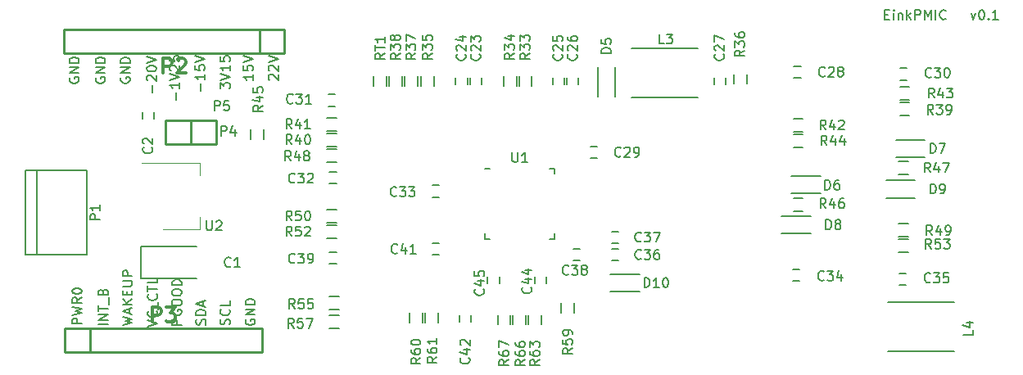
<source format=gbr>
G04 #@! TF.FileFunction,Legend,Top*
%FSLAX46Y46*%
G04 Gerber Fmt 4.6, Leading zero omitted, Abs format (unit mm)*
G04 Created by KiCad (PCBNEW 4.0.5+dfsg1-4) date Sat Mar  4 17:48:48 2017*
%MOMM*%
%LPD*%
G01*
G04 APERTURE LIST*
%ADD10C,0.100000*%
%ADD11C,0.150000*%
%ADD12C,0.254000*%
%ADD13C,0.120000*%
%ADD14C,0.304800*%
G04 APERTURE END LIST*
D10*
D11*
X71400000Y-92761904D02*
X71352381Y-92857142D01*
X71352381Y-92999999D01*
X71400000Y-93142857D01*
X71495238Y-93238095D01*
X71590476Y-93285714D01*
X71780952Y-93333333D01*
X71923810Y-93333333D01*
X72114286Y-93285714D01*
X72209524Y-93238095D01*
X72304762Y-93142857D01*
X72352381Y-92999999D01*
X72352381Y-92904761D01*
X72304762Y-92761904D01*
X72257143Y-92714285D01*
X71923810Y-92714285D01*
X71923810Y-92904761D01*
X72352381Y-92285714D02*
X71352381Y-92285714D01*
X72352381Y-91714285D01*
X71352381Y-91714285D01*
X72352381Y-91238095D02*
X71352381Y-91238095D01*
X71352381Y-91000000D01*
X71400000Y-90857142D01*
X71495238Y-90761904D01*
X71590476Y-90714285D01*
X71780952Y-90666666D01*
X71923810Y-90666666D01*
X72114286Y-90714285D01*
X72209524Y-90761904D01*
X72304762Y-90857142D01*
X72352381Y-91000000D01*
X72352381Y-91238095D01*
X69704762Y-93290476D02*
X69752381Y-93147619D01*
X69752381Y-92909523D01*
X69704762Y-92814285D01*
X69657143Y-92766666D01*
X69561905Y-92719047D01*
X69466667Y-92719047D01*
X69371429Y-92766666D01*
X69323810Y-92814285D01*
X69276190Y-92909523D01*
X69228571Y-93100000D01*
X69180952Y-93195238D01*
X69133333Y-93242857D01*
X69038095Y-93290476D01*
X68942857Y-93290476D01*
X68847619Y-93242857D01*
X68800000Y-93195238D01*
X68752381Y-93100000D01*
X68752381Y-92861904D01*
X68800000Y-92719047D01*
X69657143Y-91719047D02*
X69704762Y-91766666D01*
X69752381Y-91909523D01*
X69752381Y-92004761D01*
X69704762Y-92147619D01*
X69609524Y-92242857D01*
X69514286Y-92290476D01*
X69323810Y-92338095D01*
X69180952Y-92338095D01*
X68990476Y-92290476D01*
X68895238Y-92242857D01*
X68800000Y-92147619D01*
X68752381Y-92004761D01*
X68752381Y-91909523D01*
X68800000Y-91766666D01*
X68847619Y-91719047D01*
X69752381Y-90814285D02*
X69752381Y-91290476D01*
X68752381Y-91290476D01*
X67204762Y-93314286D02*
X67252381Y-93171429D01*
X67252381Y-92933333D01*
X67204762Y-92838095D01*
X67157143Y-92790476D01*
X67061905Y-92742857D01*
X66966667Y-92742857D01*
X66871429Y-92790476D01*
X66823810Y-92838095D01*
X66776190Y-92933333D01*
X66728571Y-93123810D01*
X66680952Y-93219048D01*
X66633333Y-93266667D01*
X66538095Y-93314286D01*
X66442857Y-93314286D01*
X66347619Y-93266667D01*
X66300000Y-93219048D01*
X66252381Y-93123810D01*
X66252381Y-92885714D01*
X66300000Y-92742857D01*
X67252381Y-92314286D02*
X66252381Y-92314286D01*
X66252381Y-92076191D01*
X66300000Y-91933333D01*
X66395238Y-91838095D01*
X66490476Y-91790476D01*
X66680952Y-91742857D01*
X66823810Y-91742857D01*
X67014286Y-91790476D01*
X67109524Y-91838095D01*
X67204762Y-91933333D01*
X67252381Y-92076191D01*
X67252381Y-92314286D01*
X66966667Y-91361905D02*
X66966667Y-90885714D01*
X67252381Y-91457143D02*
X66252381Y-91123810D01*
X67252381Y-90790476D01*
X64752381Y-93309524D02*
X63752381Y-93309524D01*
X63752381Y-92928571D01*
X63800000Y-92833333D01*
X63847619Y-92785714D01*
X63942857Y-92738095D01*
X64085714Y-92738095D01*
X64180952Y-92785714D01*
X64228571Y-92833333D01*
X64276190Y-92928571D01*
X64276190Y-93309524D01*
X63800000Y-91785714D02*
X63752381Y-91880952D01*
X63752381Y-92023809D01*
X63800000Y-92166667D01*
X63895238Y-92261905D01*
X63990476Y-92309524D01*
X64180952Y-92357143D01*
X64323810Y-92357143D01*
X64514286Y-92309524D01*
X64609524Y-92261905D01*
X64704762Y-92166667D01*
X64752381Y-92023809D01*
X64752381Y-91928571D01*
X64704762Y-91785714D01*
X64657143Y-91738095D01*
X64323810Y-91738095D01*
X64323810Y-91928571D01*
X63752381Y-91119048D02*
X63752381Y-90928571D01*
X63800000Y-90833333D01*
X63895238Y-90738095D01*
X64085714Y-90690476D01*
X64419048Y-90690476D01*
X64609524Y-90738095D01*
X64704762Y-90833333D01*
X64752381Y-90928571D01*
X64752381Y-91119048D01*
X64704762Y-91214286D01*
X64609524Y-91309524D01*
X64419048Y-91357143D01*
X64085714Y-91357143D01*
X63895238Y-91309524D01*
X63800000Y-91214286D01*
X63752381Y-91119048D01*
X63752381Y-90071429D02*
X63752381Y-89880952D01*
X63800000Y-89785714D01*
X63895238Y-89690476D01*
X64085714Y-89642857D01*
X64419048Y-89642857D01*
X64609524Y-89690476D01*
X64704762Y-89785714D01*
X64752381Y-89880952D01*
X64752381Y-90071429D01*
X64704762Y-90166667D01*
X64609524Y-90261905D01*
X64419048Y-90309524D01*
X64085714Y-90309524D01*
X63895238Y-90261905D01*
X63800000Y-90166667D01*
X63752381Y-90071429D01*
X64752381Y-89214286D02*
X63752381Y-89214286D01*
X63752381Y-88976191D01*
X63800000Y-88833333D01*
X63895238Y-88738095D01*
X63990476Y-88690476D01*
X64180952Y-88642857D01*
X64323810Y-88642857D01*
X64514286Y-88690476D01*
X64609524Y-88738095D01*
X64704762Y-88833333D01*
X64752381Y-88976191D01*
X64752381Y-89214286D01*
X61252381Y-93500000D02*
X62252381Y-93166667D01*
X61252381Y-92833333D01*
X62157143Y-91928571D02*
X62204762Y-91976190D01*
X62252381Y-92119047D01*
X62252381Y-92214285D01*
X62204762Y-92357143D01*
X62109524Y-92452381D01*
X62014286Y-92500000D01*
X61823810Y-92547619D01*
X61680952Y-92547619D01*
X61490476Y-92500000D01*
X61395238Y-92452381D01*
X61300000Y-92357143D01*
X61252381Y-92214285D01*
X61252381Y-92119047D01*
X61300000Y-91976190D01*
X61347619Y-91928571D01*
X62347619Y-91738095D02*
X62347619Y-90976190D01*
X62157143Y-90166666D02*
X62204762Y-90214285D01*
X62252381Y-90357142D01*
X62252381Y-90452380D01*
X62204762Y-90595238D01*
X62109524Y-90690476D01*
X62014286Y-90738095D01*
X61823810Y-90785714D01*
X61680952Y-90785714D01*
X61490476Y-90738095D01*
X61395238Y-90690476D01*
X61300000Y-90595238D01*
X61252381Y-90452380D01*
X61252381Y-90357142D01*
X61300000Y-90214285D01*
X61347619Y-90166666D01*
X61252381Y-89880952D02*
X61252381Y-89309523D01*
X62252381Y-89595238D02*
X61252381Y-89595238D01*
X62252381Y-88499999D02*
X62252381Y-88976190D01*
X61252381Y-88976190D01*
X58652381Y-93333333D02*
X59652381Y-93095238D01*
X58938095Y-92904761D01*
X59652381Y-92714285D01*
X58652381Y-92476190D01*
X59366667Y-92142857D02*
X59366667Y-91666666D01*
X59652381Y-92238095D02*
X58652381Y-91904762D01*
X59652381Y-91571428D01*
X59652381Y-91238095D02*
X58652381Y-91238095D01*
X59652381Y-90666666D02*
X59080952Y-91095238D01*
X58652381Y-90666666D02*
X59223810Y-91238095D01*
X59128571Y-90238095D02*
X59128571Y-89904761D01*
X59652381Y-89761904D02*
X59652381Y-90238095D01*
X58652381Y-90238095D01*
X58652381Y-89761904D01*
X58652381Y-89333333D02*
X59461905Y-89333333D01*
X59557143Y-89285714D01*
X59604762Y-89238095D01*
X59652381Y-89142857D01*
X59652381Y-88952380D01*
X59604762Y-88857142D01*
X59557143Y-88809523D01*
X59461905Y-88761904D01*
X58652381Y-88761904D01*
X59652381Y-88285714D02*
X58652381Y-88285714D01*
X58652381Y-87904761D01*
X58700000Y-87809523D01*
X58747619Y-87761904D01*
X58842857Y-87714285D01*
X58985714Y-87714285D01*
X59080952Y-87761904D01*
X59128571Y-87809523D01*
X59176190Y-87904761D01*
X59176190Y-88285714D01*
X57152381Y-93285714D02*
X56152381Y-93285714D01*
X57152381Y-92809524D02*
X56152381Y-92809524D01*
X57152381Y-92238095D01*
X56152381Y-92238095D01*
X56152381Y-91904762D02*
X56152381Y-91333333D01*
X57152381Y-91619048D02*
X56152381Y-91619048D01*
X57247619Y-91238095D02*
X57247619Y-90476190D01*
X56628571Y-89904761D02*
X56676190Y-89761904D01*
X56723810Y-89714285D01*
X56819048Y-89666666D01*
X56961905Y-89666666D01*
X57057143Y-89714285D01*
X57104762Y-89761904D01*
X57152381Y-89857142D01*
X57152381Y-90238095D01*
X56152381Y-90238095D01*
X56152381Y-89904761D01*
X56200000Y-89809523D01*
X56247619Y-89761904D01*
X56342857Y-89714285D01*
X56438095Y-89714285D01*
X56533333Y-89761904D01*
X56580952Y-89809523D01*
X56628571Y-89904761D01*
X56628571Y-90238095D01*
X54452381Y-93209524D02*
X53452381Y-93209524D01*
X53452381Y-92828571D01*
X53500000Y-92733333D01*
X53547619Y-92685714D01*
X53642857Y-92638095D01*
X53785714Y-92638095D01*
X53880952Y-92685714D01*
X53928571Y-92733333D01*
X53976190Y-92828571D01*
X53976190Y-93209524D01*
X53452381Y-92304762D02*
X54452381Y-92066667D01*
X53738095Y-91876190D01*
X54452381Y-91685714D01*
X53452381Y-91447619D01*
X54452381Y-90495238D02*
X53976190Y-90828572D01*
X54452381Y-91066667D02*
X53452381Y-91066667D01*
X53452381Y-90685714D01*
X53500000Y-90590476D01*
X53547619Y-90542857D01*
X53642857Y-90495238D01*
X53785714Y-90495238D01*
X53880952Y-90542857D01*
X53928571Y-90590476D01*
X53976190Y-90685714D01*
X53976190Y-91066667D01*
X53452381Y-89876191D02*
X53452381Y-89780952D01*
X53500000Y-89685714D01*
X53547619Y-89638095D01*
X53642857Y-89590476D01*
X53833333Y-89542857D01*
X54071429Y-89542857D01*
X54261905Y-89590476D01*
X54357143Y-89638095D01*
X54404762Y-89685714D01*
X54452381Y-89780952D01*
X54452381Y-89876191D01*
X54404762Y-89971429D01*
X54357143Y-90019048D01*
X54261905Y-90066667D01*
X54071429Y-90114286D01*
X53833333Y-90114286D01*
X53642857Y-90066667D01*
X53547619Y-90019048D01*
X53500000Y-89971429D01*
X53452381Y-89876191D01*
X73847619Y-67990476D02*
X73800000Y-67942857D01*
X73752381Y-67847619D01*
X73752381Y-67609523D01*
X73800000Y-67514285D01*
X73847619Y-67466666D01*
X73942857Y-67419047D01*
X74038095Y-67419047D01*
X74180952Y-67466666D01*
X74752381Y-68038095D01*
X74752381Y-67419047D01*
X73847619Y-67038095D02*
X73800000Y-66990476D01*
X73752381Y-66895238D01*
X73752381Y-66657142D01*
X73800000Y-66561904D01*
X73847619Y-66514285D01*
X73942857Y-66466666D01*
X74038095Y-66466666D01*
X74180952Y-66514285D01*
X74752381Y-67085714D01*
X74752381Y-66466666D01*
X73752381Y-66180952D02*
X74752381Y-65847619D01*
X73752381Y-65514285D01*
X72152381Y-67419047D02*
X72152381Y-67990476D01*
X72152381Y-67704762D02*
X71152381Y-67704762D01*
X71295238Y-67800000D01*
X71390476Y-67895238D01*
X71438095Y-67990476D01*
X71152381Y-66514285D02*
X71152381Y-66990476D01*
X71628571Y-67038095D01*
X71580952Y-66990476D01*
X71533333Y-66895238D01*
X71533333Y-66657142D01*
X71580952Y-66561904D01*
X71628571Y-66514285D01*
X71723810Y-66466666D01*
X71961905Y-66466666D01*
X72057143Y-66514285D01*
X72104762Y-66561904D01*
X72152381Y-66657142D01*
X72152381Y-66895238D01*
X72104762Y-66990476D01*
X72057143Y-67038095D01*
X71152381Y-66180952D02*
X72152381Y-65847619D01*
X71152381Y-65514285D01*
X68752381Y-68914286D02*
X68752381Y-68295238D01*
X69133333Y-68628572D01*
X69133333Y-68485714D01*
X69180952Y-68390476D01*
X69228571Y-68342857D01*
X69323810Y-68295238D01*
X69561905Y-68295238D01*
X69657143Y-68342857D01*
X69704762Y-68390476D01*
X69752381Y-68485714D01*
X69752381Y-68771429D01*
X69704762Y-68866667D01*
X69657143Y-68914286D01*
X68752381Y-68009524D02*
X69752381Y-67676191D01*
X68752381Y-67342857D01*
X69752381Y-66485714D02*
X69752381Y-67057143D01*
X69752381Y-66771429D02*
X68752381Y-66771429D01*
X68895238Y-66866667D01*
X68990476Y-66961905D01*
X69038095Y-67057143D01*
X68752381Y-65580952D02*
X68752381Y-66057143D01*
X69228571Y-66104762D01*
X69180952Y-66057143D01*
X69133333Y-65961905D01*
X69133333Y-65723809D01*
X69180952Y-65628571D01*
X69228571Y-65580952D01*
X69323810Y-65533333D01*
X69561905Y-65533333D01*
X69657143Y-65580952D01*
X69704762Y-65628571D01*
X69752381Y-65723809D01*
X69752381Y-65961905D01*
X69704762Y-66057143D01*
X69657143Y-66104762D01*
X66771429Y-69161905D02*
X66771429Y-68400000D01*
X67152381Y-67400000D02*
X67152381Y-67971429D01*
X67152381Y-67685715D02*
X66152381Y-67685715D01*
X66295238Y-67780953D01*
X66390476Y-67876191D01*
X66438095Y-67971429D01*
X66152381Y-66495238D02*
X66152381Y-66971429D01*
X66628571Y-67019048D01*
X66580952Y-66971429D01*
X66533333Y-66876191D01*
X66533333Y-66638095D01*
X66580952Y-66542857D01*
X66628571Y-66495238D01*
X66723810Y-66447619D01*
X66961905Y-66447619D01*
X67057143Y-66495238D01*
X67104762Y-66542857D01*
X67152381Y-66638095D01*
X67152381Y-66876191D01*
X67104762Y-66971429D01*
X67057143Y-67019048D01*
X66152381Y-66161905D02*
X67152381Y-65828572D01*
X66152381Y-65495238D01*
X64171429Y-70038095D02*
X64171429Y-69276190D01*
X64552381Y-68276190D02*
X64552381Y-68847619D01*
X64552381Y-68561905D02*
X63552381Y-68561905D01*
X63695238Y-68657143D01*
X63790476Y-68752381D01*
X63838095Y-68847619D01*
X63552381Y-67990476D02*
X64552381Y-67657143D01*
X63552381Y-67323809D01*
X63647619Y-67038095D02*
X63600000Y-66990476D01*
X63552381Y-66895238D01*
X63552381Y-66657142D01*
X63600000Y-66561904D01*
X63647619Y-66514285D01*
X63742857Y-66466666D01*
X63838095Y-66466666D01*
X63980952Y-66514285D01*
X64552381Y-67085714D01*
X64552381Y-66466666D01*
X63552381Y-65561904D02*
X63552381Y-66038095D01*
X64028571Y-66085714D01*
X63980952Y-66038095D01*
X63933333Y-65942857D01*
X63933333Y-65704761D01*
X63980952Y-65609523D01*
X64028571Y-65561904D01*
X64123810Y-65514285D01*
X64361905Y-65514285D01*
X64457143Y-65561904D01*
X64504762Y-65609523D01*
X64552381Y-65704761D01*
X64552381Y-65942857D01*
X64504762Y-66038095D01*
X64457143Y-66085714D01*
X61771429Y-69261905D02*
X61771429Y-68500000D01*
X61247619Y-68071429D02*
X61200000Y-68023810D01*
X61152381Y-67928572D01*
X61152381Y-67690476D01*
X61200000Y-67595238D01*
X61247619Y-67547619D01*
X61342857Y-67500000D01*
X61438095Y-67500000D01*
X61580952Y-67547619D01*
X62152381Y-68119048D01*
X62152381Y-67500000D01*
X61152381Y-66880953D02*
X61152381Y-66785714D01*
X61200000Y-66690476D01*
X61247619Y-66642857D01*
X61342857Y-66595238D01*
X61533333Y-66547619D01*
X61771429Y-66547619D01*
X61961905Y-66595238D01*
X62057143Y-66642857D01*
X62104762Y-66690476D01*
X62152381Y-66785714D01*
X62152381Y-66880953D01*
X62104762Y-66976191D01*
X62057143Y-67023810D01*
X61961905Y-67071429D01*
X61771429Y-67119048D01*
X61533333Y-67119048D01*
X61342857Y-67071429D01*
X61247619Y-67023810D01*
X61200000Y-66976191D01*
X61152381Y-66880953D01*
X61152381Y-66261905D02*
X62152381Y-65928572D01*
X61152381Y-65595238D01*
X58500000Y-67761904D02*
X58452381Y-67857142D01*
X58452381Y-67999999D01*
X58500000Y-68142857D01*
X58595238Y-68238095D01*
X58690476Y-68285714D01*
X58880952Y-68333333D01*
X59023810Y-68333333D01*
X59214286Y-68285714D01*
X59309524Y-68238095D01*
X59404762Y-68142857D01*
X59452381Y-67999999D01*
X59452381Y-67904761D01*
X59404762Y-67761904D01*
X59357143Y-67714285D01*
X59023810Y-67714285D01*
X59023810Y-67904761D01*
X59452381Y-67285714D02*
X58452381Y-67285714D01*
X59452381Y-66714285D01*
X58452381Y-66714285D01*
X59452381Y-66238095D02*
X58452381Y-66238095D01*
X58452381Y-66000000D01*
X58500000Y-65857142D01*
X58595238Y-65761904D01*
X58690476Y-65714285D01*
X58880952Y-65666666D01*
X59023810Y-65666666D01*
X59214286Y-65714285D01*
X59309524Y-65761904D01*
X59404762Y-65857142D01*
X59452381Y-66000000D01*
X59452381Y-66238095D01*
X55900000Y-67761904D02*
X55852381Y-67857142D01*
X55852381Y-67999999D01*
X55900000Y-68142857D01*
X55995238Y-68238095D01*
X56090476Y-68285714D01*
X56280952Y-68333333D01*
X56423810Y-68333333D01*
X56614286Y-68285714D01*
X56709524Y-68238095D01*
X56804762Y-68142857D01*
X56852381Y-67999999D01*
X56852381Y-67904761D01*
X56804762Y-67761904D01*
X56757143Y-67714285D01*
X56423810Y-67714285D01*
X56423810Y-67904761D01*
X56852381Y-67285714D02*
X55852381Y-67285714D01*
X56852381Y-66714285D01*
X55852381Y-66714285D01*
X56852381Y-66238095D02*
X55852381Y-66238095D01*
X55852381Y-66000000D01*
X55900000Y-65857142D01*
X55995238Y-65761904D01*
X56090476Y-65714285D01*
X56280952Y-65666666D01*
X56423810Y-65666666D01*
X56614286Y-65714285D01*
X56709524Y-65761904D01*
X56804762Y-65857142D01*
X56852381Y-66000000D01*
X56852381Y-66238095D01*
X53200000Y-67761904D02*
X53152381Y-67857142D01*
X53152381Y-67999999D01*
X53200000Y-68142857D01*
X53295238Y-68238095D01*
X53390476Y-68285714D01*
X53580952Y-68333333D01*
X53723810Y-68333333D01*
X53914286Y-68285714D01*
X54009524Y-68238095D01*
X54104762Y-68142857D01*
X54152381Y-67999999D01*
X54152381Y-67904761D01*
X54104762Y-67761904D01*
X54057143Y-67714285D01*
X53723810Y-67714285D01*
X53723810Y-67904761D01*
X54152381Y-67285714D02*
X53152381Y-67285714D01*
X54152381Y-66714285D01*
X53152381Y-66714285D01*
X54152381Y-66238095D02*
X53152381Y-66238095D01*
X53152381Y-66000000D01*
X53200000Y-65857142D01*
X53295238Y-65761904D01*
X53390476Y-65714285D01*
X53580952Y-65666666D01*
X53723810Y-65666666D01*
X53914286Y-65714285D01*
X54009524Y-65761904D01*
X54104762Y-65857142D01*
X54152381Y-66000000D01*
X54152381Y-66238095D01*
X137466667Y-61228571D02*
X137800001Y-61228571D01*
X137942858Y-61752381D02*
X137466667Y-61752381D01*
X137466667Y-60752381D01*
X137942858Y-60752381D01*
X138371429Y-61752381D02*
X138371429Y-61085714D01*
X138371429Y-60752381D02*
X138323810Y-60800000D01*
X138371429Y-60847619D01*
X138419048Y-60800000D01*
X138371429Y-60752381D01*
X138371429Y-60847619D01*
X138847619Y-61085714D02*
X138847619Y-61752381D01*
X138847619Y-61180952D02*
X138895238Y-61133333D01*
X138990476Y-61085714D01*
X139133334Y-61085714D01*
X139228572Y-61133333D01*
X139276191Y-61228571D01*
X139276191Y-61752381D01*
X139752381Y-61752381D02*
X139752381Y-60752381D01*
X139847619Y-61371429D02*
X140133334Y-61752381D01*
X140133334Y-61085714D02*
X139752381Y-61466667D01*
X140561905Y-61752381D02*
X140561905Y-60752381D01*
X140942858Y-60752381D01*
X141038096Y-60800000D01*
X141085715Y-60847619D01*
X141133334Y-60942857D01*
X141133334Y-61085714D01*
X141085715Y-61180952D01*
X141038096Y-61228571D01*
X140942858Y-61276190D01*
X140561905Y-61276190D01*
X141561905Y-61752381D02*
X141561905Y-60752381D01*
X141895239Y-61466667D01*
X142228572Y-60752381D01*
X142228572Y-61752381D01*
X142704762Y-61752381D02*
X142704762Y-60752381D01*
X143752381Y-61657143D02*
X143704762Y-61704762D01*
X143561905Y-61752381D01*
X143466667Y-61752381D01*
X143323809Y-61704762D01*
X143228571Y-61609524D01*
X143180952Y-61514286D01*
X143133333Y-61323810D01*
X143133333Y-61180952D01*
X143180952Y-60990476D01*
X143228571Y-60895238D01*
X143323809Y-60800000D01*
X143466667Y-60752381D01*
X143561905Y-60752381D01*
X143704762Y-60800000D01*
X143752381Y-60847619D01*
X146371429Y-61085714D02*
X146609524Y-61752381D01*
X146847620Y-61085714D01*
X147419048Y-60752381D02*
X147514287Y-60752381D01*
X147609525Y-60800000D01*
X147657144Y-60847619D01*
X147704763Y-60942857D01*
X147752382Y-61133333D01*
X147752382Y-61371429D01*
X147704763Y-61561905D01*
X147657144Y-61657143D01*
X147609525Y-61704762D01*
X147514287Y-61752381D01*
X147419048Y-61752381D01*
X147323810Y-61704762D01*
X147276191Y-61657143D01*
X147228572Y-61561905D01*
X147180953Y-61371429D01*
X147180953Y-61133333D01*
X147228572Y-60942857D01*
X147276191Y-60847619D01*
X147323810Y-60800000D01*
X147419048Y-60752381D01*
X148180953Y-61657143D02*
X148228572Y-61704762D01*
X148180953Y-61752381D01*
X148133334Y-61704762D01*
X148180953Y-61657143D01*
X148180953Y-61752381D01*
X149180953Y-61752381D02*
X148609524Y-61752381D01*
X148895238Y-61752381D02*
X148895238Y-60752381D01*
X148800000Y-60895238D01*
X148704762Y-60990476D01*
X148609524Y-61038095D01*
X60550000Y-85250000D02*
X66350000Y-85250000D01*
X60550000Y-88550000D02*
X66350000Y-88550000D01*
X60550000Y-85250000D02*
X60550000Y-88550000D01*
X61900000Y-71350000D02*
X61900000Y-72050000D01*
X60700000Y-72050000D02*
X60700000Y-71350000D01*
X94600000Y-68450000D02*
X94600000Y-67750000D01*
X95800000Y-67750000D02*
X95800000Y-68450000D01*
X93100000Y-68450000D02*
X93100000Y-67750000D01*
X94300000Y-67750000D02*
X94300000Y-68450000D01*
X103100000Y-68450000D02*
X103100000Y-67750000D01*
X104300000Y-67750000D02*
X104300000Y-68450000D01*
X104600000Y-68450000D02*
X104600000Y-67750000D01*
X105800000Y-67750000D02*
X105800000Y-68450000D01*
X119800000Y-68450000D02*
X119800000Y-67750000D01*
X121000000Y-67750000D02*
X121000000Y-68450000D01*
X128050000Y-66600000D02*
X128750000Y-66600000D01*
X128750000Y-67800000D02*
X128050000Y-67800000D01*
X107050000Y-74900000D02*
X107750000Y-74900000D01*
X107750000Y-76100000D02*
X107050000Y-76100000D01*
X139750000Y-68000000D02*
X139050000Y-68000000D01*
X139050000Y-66800000D02*
X139750000Y-66800000D01*
X80650000Y-70700000D02*
X79950000Y-70700000D01*
X79950000Y-69500000D02*
X80650000Y-69500000D01*
X80750000Y-78700000D02*
X80050000Y-78700000D01*
X80050000Y-77500000D02*
X80750000Y-77500000D01*
X91350000Y-80100000D02*
X90650000Y-80100000D01*
X90650000Y-78900000D02*
X91350000Y-78900000D01*
X128650000Y-88800000D02*
X127950000Y-88800000D01*
X127950000Y-87600000D02*
X128650000Y-87600000D01*
X138950000Y-88000000D02*
X139650000Y-88000000D01*
X139650000Y-89200000D02*
X138950000Y-89200000D01*
X109250000Y-85500000D02*
X109950000Y-85500000D01*
X109950000Y-86700000D02*
X109250000Y-86700000D01*
X109250000Y-83700000D02*
X109950000Y-83700000D01*
X109950000Y-84900000D02*
X109250000Y-84900000D01*
X105250000Y-85500000D02*
X105950000Y-85500000D01*
X105950000Y-86700000D02*
X105250000Y-86700000D01*
X80750000Y-87000000D02*
X80050000Y-87000000D01*
X80050000Y-85800000D02*
X80750000Y-85800000D01*
X91350000Y-86100000D02*
X90650000Y-86100000D01*
X90650000Y-84900000D02*
X91350000Y-84900000D01*
X94700000Y-92350000D02*
X94700000Y-93050000D01*
X93500000Y-93050000D02*
X93500000Y-92350000D01*
X102500000Y-88350000D02*
X102500000Y-89050000D01*
X101300000Y-89050000D02*
X101300000Y-88350000D01*
X97600000Y-88350000D02*
X97600000Y-89050000D01*
X96400000Y-89050000D02*
X96400000Y-88350000D01*
X109600000Y-69700000D02*
X109600000Y-66700000D01*
X107800000Y-69700000D02*
X107800000Y-66700000D01*
X130800000Y-77900000D02*
X127800000Y-77900000D01*
X130800000Y-79700000D02*
X127800000Y-79700000D01*
X141600000Y-74200000D02*
X138600000Y-74200000D01*
X141600000Y-76000000D02*
X138600000Y-76000000D01*
X126800000Y-83900000D02*
X129800000Y-83900000D01*
X126800000Y-82100000D02*
X129800000Y-82100000D01*
X137600000Y-80200000D02*
X140600000Y-80200000D01*
X137600000Y-78400000D02*
X140600000Y-78400000D01*
X112100000Y-88100000D02*
X109100000Y-88100000D01*
X112100000Y-89900000D02*
X109100000Y-89900000D01*
X118150000Y-69850000D02*
X111250000Y-69850000D01*
X118150000Y-64750000D02*
X111250000Y-64750000D01*
X144650000Y-96050000D02*
X137750000Y-96050000D01*
X144650000Y-90950000D02*
X137750000Y-90950000D01*
X48582540Y-77349100D02*
X48582540Y-86049100D01*
X54987540Y-77349100D02*
X54987540Y-86049100D01*
X54987540Y-86049100D02*
X48582540Y-86049100D01*
X49812540Y-86049100D02*
X49812540Y-77349100D01*
X48582540Y-77349100D02*
X54987540Y-77349100D01*
D12*
X52600000Y-65200000D02*
X75400000Y-65200000D01*
X75400000Y-62800000D02*
X52600000Y-62800000D01*
X75400000Y-65200000D02*
X75400000Y-62800000D01*
X72800000Y-65200000D02*
X72800000Y-62800000D01*
X52600000Y-62800000D02*
X52600000Y-65200000D01*
X73100000Y-93700000D02*
X52700000Y-93700000D01*
X52700000Y-96100000D02*
X73100000Y-96100000D01*
X52700000Y-93700000D02*
X52700000Y-96100000D01*
X55300000Y-96100000D02*
X55300000Y-93700000D01*
X73100000Y-93700000D02*
X73100000Y-96100000D01*
X65700000Y-74600000D02*
X65700000Y-72200000D01*
X63100000Y-72200000D02*
X68300000Y-72200000D01*
X68300000Y-72200000D02*
X68300000Y-74600000D01*
X68300000Y-74600000D02*
X63100000Y-74600000D01*
X63100000Y-74600000D02*
X63100000Y-72200000D01*
D11*
X100975000Y-67600000D02*
X100975000Y-68600000D01*
X99625000Y-68600000D02*
X99625000Y-67600000D01*
X99375000Y-67600000D02*
X99375000Y-68600000D01*
X98025000Y-68600000D02*
X98025000Y-67600000D01*
X89525000Y-68600000D02*
X89525000Y-67600000D01*
X90875000Y-67600000D02*
X90875000Y-68600000D01*
X121825000Y-68400000D02*
X121825000Y-67400000D01*
X123175000Y-67400000D02*
X123175000Y-68400000D01*
X89175000Y-67600000D02*
X89175000Y-68600000D01*
X87825000Y-68600000D02*
X87825000Y-67600000D01*
X87575000Y-67600000D02*
X87575000Y-68600000D01*
X86225000Y-68600000D02*
X86225000Y-67600000D01*
X140000000Y-71675000D02*
X139000000Y-71675000D01*
X139000000Y-70325000D02*
X140000000Y-70325000D01*
X80800000Y-74875000D02*
X79800000Y-74875000D01*
X79800000Y-73525000D02*
X80800000Y-73525000D01*
X79800000Y-71925000D02*
X80800000Y-71925000D01*
X80800000Y-73275000D02*
X79800000Y-73275000D01*
X128000000Y-72025000D02*
X129000000Y-72025000D01*
X129000000Y-73375000D02*
X128000000Y-73375000D01*
X139000000Y-68725000D02*
X140000000Y-68725000D01*
X140000000Y-70075000D02*
X139000000Y-70075000D01*
X128000000Y-73625000D02*
X129000000Y-73625000D01*
X129000000Y-74975000D02*
X128000000Y-74975000D01*
X71925000Y-74100000D02*
X71925000Y-73100000D01*
X73275000Y-73100000D02*
X73275000Y-74100000D01*
X129000000Y-81575000D02*
X128000000Y-81575000D01*
X128000000Y-80225000D02*
X129000000Y-80225000D01*
X138900000Y-76425000D02*
X139900000Y-76425000D01*
X139900000Y-77775000D02*
X138900000Y-77775000D01*
X79800000Y-75125000D02*
X80800000Y-75125000D01*
X80800000Y-76475000D02*
X79800000Y-76475000D01*
X138900000Y-82825000D02*
X139900000Y-82825000D01*
X139900000Y-84175000D02*
X138900000Y-84175000D01*
X79800000Y-81425000D02*
X80800000Y-81425000D01*
X80800000Y-82775000D02*
X79800000Y-82775000D01*
X79800000Y-83025000D02*
X80800000Y-83025000D01*
X80800000Y-84375000D02*
X79800000Y-84375000D01*
X139900000Y-85775000D02*
X138900000Y-85775000D01*
X138900000Y-84425000D02*
X139900000Y-84425000D01*
X80000000Y-90425000D02*
X81000000Y-90425000D01*
X81000000Y-91775000D02*
X80000000Y-91775000D01*
X80000000Y-92325000D02*
X81000000Y-92325000D01*
X81000000Y-93675000D02*
X80000000Y-93675000D01*
X105375000Y-91100000D02*
X105375000Y-92100000D01*
X104025000Y-92100000D02*
X104025000Y-91100000D01*
X89675000Y-92100000D02*
X89675000Y-93100000D01*
X88325000Y-93100000D02*
X88325000Y-92100000D01*
X89925000Y-93100000D02*
X89925000Y-92100000D01*
X91275000Y-92100000D02*
X91275000Y-93100000D01*
X101975000Y-92300000D02*
X101975000Y-93300000D01*
X100625000Y-93300000D02*
X100625000Y-92300000D01*
X100375000Y-92300000D02*
X100375000Y-93300000D01*
X99025000Y-93300000D02*
X99025000Y-92300000D01*
X98775000Y-92300000D02*
X98775000Y-93300000D01*
X97425000Y-93300000D02*
X97425000Y-92300000D01*
X85975000Y-67600000D02*
X85975000Y-68600000D01*
X84625000Y-68600000D02*
X84625000Y-67600000D01*
X103325000Y-77175000D02*
X103325000Y-77700000D01*
X96075000Y-84425000D02*
X96075000Y-83900000D01*
X103325000Y-84425000D02*
X103325000Y-83900000D01*
X96075000Y-77175000D02*
X96600000Y-77175000D01*
X96075000Y-84425000D02*
X96600000Y-84425000D01*
X103325000Y-84425000D02*
X102800000Y-84425000D01*
X103325000Y-77175000D02*
X102800000Y-77175000D01*
D13*
X66610000Y-83410000D02*
X66610000Y-82150000D01*
X66610000Y-76590000D02*
X66610000Y-77850000D01*
X62850000Y-83410000D02*
X66610000Y-83410000D01*
X60600000Y-76590000D02*
X66610000Y-76590000D01*
D11*
X69833334Y-87257143D02*
X69785715Y-87304762D01*
X69642858Y-87352381D01*
X69547620Y-87352381D01*
X69404762Y-87304762D01*
X69309524Y-87209524D01*
X69261905Y-87114286D01*
X69214286Y-86923810D01*
X69214286Y-86780952D01*
X69261905Y-86590476D01*
X69309524Y-86495238D01*
X69404762Y-86400000D01*
X69547620Y-86352381D01*
X69642858Y-86352381D01*
X69785715Y-86400000D01*
X69833334Y-86447619D01*
X70785715Y-87352381D02*
X70214286Y-87352381D01*
X70500000Y-87352381D02*
X70500000Y-86352381D01*
X70404762Y-86495238D01*
X70309524Y-86590476D01*
X70214286Y-86638095D01*
X61657143Y-74966666D02*
X61704762Y-75014285D01*
X61752381Y-75157142D01*
X61752381Y-75252380D01*
X61704762Y-75395238D01*
X61609524Y-75490476D01*
X61514286Y-75538095D01*
X61323810Y-75585714D01*
X61180952Y-75585714D01*
X60990476Y-75538095D01*
X60895238Y-75490476D01*
X60800000Y-75395238D01*
X60752381Y-75252380D01*
X60752381Y-75157142D01*
X60800000Y-75014285D01*
X60847619Y-74966666D01*
X60847619Y-74585714D02*
X60800000Y-74538095D01*
X60752381Y-74442857D01*
X60752381Y-74204761D01*
X60800000Y-74109523D01*
X60847619Y-74061904D01*
X60942857Y-74014285D01*
X61038095Y-74014285D01*
X61180952Y-74061904D01*
X61752381Y-74633333D01*
X61752381Y-74014285D01*
X95557143Y-65342857D02*
X95604762Y-65390476D01*
X95652381Y-65533333D01*
X95652381Y-65628571D01*
X95604762Y-65771429D01*
X95509524Y-65866667D01*
X95414286Y-65914286D01*
X95223810Y-65961905D01*
X95080952Y-65961905D01*
X94890476Y-65914286D01*
X94795238Y-65866667D01*
X94700000Y-65771429D01*
X94652381Y-65628571D01*
X94652381Y-65533333D01*
X94700000Y-65390476D01*
X94747619Y-65342857D01*
X94747619Y-64961905D02*
X94700000Y-64914286D01*
X94652381Y-64819048D01*
X94652381Y-64580952D01*
X94700000Y-64485714D01*
X94747619Y-64438095D01*
X94842857Y-64390476D01*
X94938095Y-64390476D01*
X95080952Y-64438095D01*
X95652381Y-65009524D01*
X95652381Y-64390476D01*
X94652381Y-64057143D02*
X94652381Y-63438095D01*
X95033333Y-63771429D01*
X95033333Y-63628571D01*
X95080952Y-63533333D01*
X95128571Y-63485714D01*
X95223810Y-63438095D01*
X95461905Y-63438095D01*
X95557143Y-63485714D01*
X95604762Y-63533333D01*
X95652381Y-63628571D01*
X95652381Y-63914286D01*
X95604762Y-64009524D01*
X95557143Y-64057143D01*
X94057143Y-65342857D02*
X94104762Y-65390476D01*
X94152381Y-65533333D01*
X94152381Y-65628571D01*
X94104762Y-65771429D01*
X94009524Y-65866667D01*
X93914286Y-65914286D01*
X93723810Y-65961905D01*
X93580952Y-65961905D01*
X93390476Y-65914286D01*
X93295238Y-65866667D01*
X93200000Y-65771429D01*
X93152381Y-65628571D01*
X93152381Y-65533333D01*
X93200000Y-65390476D01*
X93247619Y-65342857D01*
X93247619Y-64961905D02*
X93200000Y-64914286D01*
X93152381Y-64819048D01*
X93152381Y-64580952D01*
X93200000Y-64485714D01*
X93247619Y-64438095D01*
X93342857Y-64390476D01*
X93438095Y-64390476D01*
X93580952Y-64438095D01*
X94152381Y-65009524D01*
X94152381Y-64390476D01*
X93485714Y-63533333D02*
X94152381Y-63533333D01*
X93104762Y-63771429D02*
X93819048Y-64009524D01*
X93819048Y-63390476D01*
X104057143Y-65342857D02*
X104104762Y-65390476D01*
X104152381Y-65533333D01*
X104152381Y-65628571D01*
X104104762Y-65771429D01*
X104009524Y-65866667D01*
X103914286Y-65914286D01*
X103723810Y-65961905D01*
X103580952Y-65961905D01*
X103390476Y-65914286D01*
X103295238Y-65866667D01*
X103200000Y-65771429D01*
X103152381Y-65628571D01*
X103152381Y-65533333D01*
X103200000Y-65390476D01*
X103247619Y-65342857D01*
X103247619Y-64961905D02*
X103200000Y-64914286D01*
X103152381Y-64819048D01*
X103152381Y-64580952D01*
X103200000Y-64485714D01*
X103247619Y-64438095D01*
X103342857Y-64390476D01*
X103438095Y-64390476D01*
X103580952Y-64438095D01*
X104152381Y-65009524D01*
X104152381Y-64390476D01*
X103152381Y-63485714D02*
X103152381Y-63961905D01*
X103628571Y-64009524D01*
X103580952Y-63961905D01*
X103533333Y-63866667D01*
X103533333Y-63628571D01*
X103580952Y-63533333D01*
X103628571Y-63485714D01*
X103723810Y-63438095D01*
X103961905Y-63438095D01*
X104057143Y-63485714D01*
X104104762Y-63533333D01*
X104152381Y-63628571D01*
X104152381Y-63866667D01*
X104104762Y-63961905D01*
X104057143Y-64009524D01*
X105557143Y-65342857D02*
X105604762Y-65390476D01*
X105652381Y-65533333D01*
X105652381Y-65628571D01*
X105604762Y-65771429D01*
X105509524Y-65866667D01*
X105414286Y-65914286D01*
X105223810Y-65961905D01*
X105080952Y-65961905D01*
X104890476Y-65914286D01*
X104795238Y-65866667D01*
X104700000Y-65771429D01*
X104652381Y-65628571D01*
X104652381Y-65533333D01*
X104700000Y-65390476D01*
X104747619Y-65342857D01*
X104747619Y-64961905D02*
X104700000Y-64914286D01*
X104652381Y-64819048D01*
X104652381Y-64580952D01*
X104700000Y-64485714D01*
X104747619Y-64438095D01*
X104842857Y-64390476D01*
X104938095Y-64390476D01*
X105080952Y-64438095D01*
X105652381Y-65009524D01*
X105652381Y-64390476D01*
X104652381Y-63533333D02*
X104652381Y-63723810D01*
X104700000Y-63819048D01*
X104747619Y-63866667D01*
X104890476Y-63961905D01*
X105080952Y-64009524D01*
X105461905Y-64009524D01*
X105557143Y-63961905D01*
X105604762Y-63914286D01*
X105652381Y-63819048D01*
X105652381Y-63628571D01*
X105604762Y-63533333D01*
X105557143Y-63485714D01*
X105461905Y-63438095D01*
X105223810Y-63438095D01*
X105128571Y-63485714D01*
X105080952Y-63533333D01*
X105033333Y-63628571D01*
X105033333Y-63819048D01*
X105080952Y-63914286D01*
X105128571Y-63961905D01*
X105223810Y-64009524D01*
X120757143Y-65342857D02*
X120804762Y-65390476D01*
X120852381Y-65533333D01*
X120852381Y-65628571D01*
X120804762Y-65771429D01*
X120709524Y-65866667D01*
X120614286Y-65914286D01*
X120423810Y-65961905D01*
X120280952Y-65961905D01*
X120090476Y-65914286D01*
X119995238Y-65866667D01*
X119900000Y-65771429D01*
X119852381Y-65628571D01*
X119852381Y-65533333D01*
X119900000Y-65390476D01*
X119947619Y-65342857D01*
X119947619Y-64961905D02*
X119900000Y-64914286D01*
X119852381Y-64819048D01*
X119852381Y-64580952D01*
X119900000Y-64485714D01*
X119947619Y-64438095D01*
X120042857Y-64390476D01*
X120138095Y-64390476D01*
X120280952Y-64438095D01*
X120852381Y-65009524D01*
X120852381Y-64390476D01*
X119852381Y-64057143D02*
X119852381Y-63390476D01*
X120852381Y-63819048D01*
X131257143Y-67557143D02*
X131209524Y-67604762D01*
X131066667Y-67652381D01*
X130971429Y-67652381D01*
X130828571Y-67604762D01*
X130733333Y-67509524D01*
X130685714Y-67414286D01*
X130638095Y-67223810D01*
X130638095Y-67080952D01*
X130685714Y-66890476D01*
X130733333Y-66795238D01*
X130828571Y-66700000D01*
X130971429Y-66652381D01*
X131066667Y-66652381D01*
X131209524Y-66700000D01*
X131257143Y-66747619D01*
X131638095Y-66747619D02*
X131685714Y-66700000D01*
X131780952Y-66652381D01*
X132019048Y-66652381D01*
X132114286Y-66700000D01*
X132161905Y-66747619D01*
X132209524Y-66842857D01*
X132209524Y-66938095D01*
X132161905Y-67080952D01*
X131590476Y-67652381D01*
X132209524Y-67652381D01*
X132780952Y-67080952D02*
X132685714Y-67033333D01*
X132638095Y-66985714D01*
X132590476Y-66890476D01*
X132590476Y-66842857D01*
X132638095Y-66747619D01*
X132685714Y-66700000D01*
X132780952Y-66652381D01*
X132971429Y-66652381D01*
X133066667Y-66700000D01*
X133114286Y-66747619D01*
X133161905Y-66842857D01*
X133161905Y-66890476D01*
X133114286Y-66985714D01*
X133066667Y-67033333D01*
X132971429Y-67080952D01*
X132780952Y-67080952D01*
X132685714Y-67128571D01*
X132638095Y-67176190D01*
X132590476Y-67271429D01*
X132590476Y-67461905D01*
X132638095Y-67557143D01*
X132685714Y-67604762D01*
X132780952Y-67652381D01*
X132971429Y-67652381D01*
X133066667Y-67604762D01*
X133114286Y-67557143D01*
X133161905Y-67461905D01*
X133161905Y-67271429D01*
X133114286Y-67176190D01*
X133066667Y-67128571D01*
X132971429Y-67080952D01*
X110157143Y-75857143D02*
X110109524Y-75904762D01*
X109966667Y-75952381D01*
X109871429Y-75952381D01*
X109728571Y-75904762D01*
X109633333Y-75809524D01*
X109585714Y-75714286D01*
X109538095Y-75523810D01*
X109538095Y-75380952D01*
X109585714Y-75190476D01*
X109633333Y-75095238D01*
X109728571Y-75000000D01*
X109871429Y-74952381D01*
X109966667Y-74952381D01*
X110109524Y-75000000D01*
X110157143Y-75047619D01*
X110538095Y-75047619D02*
X110585714Y-75000000D01*
X110680952Y-74952381D01*
X110919048Y-74952381D01*
X111014286Y-75000000D01*
X111061905Y-75047619D01*
X111109524Y-75142857D01*
X111109524Y-75238095D01*
X111061905Y-75380952D01*
X110490476Y-75952381D01*
X111109524Y-75952381D01*
X111585714Y-75952381D02*
X111776190Y-75952381D01*
X111871429Y-75904762D01*
X111919048Y-75857143D01*
X112014286Y-75714286D01*
X112061905Y-75523810D01*
X112061905Y-75142857D01*
X112014286Y-75047619D01*
X111966667Y-75000000D01*
X111871429Y-74952381D01*
X111680952Y-74952381D01*
X111585714Y-75000000D01*
X111538095Y-75047619D01*
X111490476Y-75142857D01*
X111490476Y-75380952D01*
X111538095Y-75476190D01*
X111585714Y-75523810D01*
X111680952Y-75571429D01*
X111871429Y-75571429D01*
X111966667Y-75523810D01*
X112014286Y-75476190D01*
X112061905Y-75380952D01*
X142257143Y-67657143D02*
X142209524Y-67704762D01*
X142066667Y-67752381D01*
X141971429Y-67752381D01*
X141828571Y-67704762D01*
X141733333Y-67609524D01*
X141685714Y-67514286D01*
X141638095Y-67323810D01*
X141638095Y-67180952D01*
X141685714Y-66990476D01*
X141733333Y-66895238D01*
X141828571Y-66800000D01*
X141971429Y-66752381D01*
X142066667Y-66752381D01*
X142209524Y-66800000D01*
X142257143Y-66847619D01*
X142590476Y-66752381D02*
X143209524Y-66752381D01*
X142876190Y-67133333D01*
X143019048Y-67133333D01*
X143114286Y-67180952D01*
X143161905Y-67228571D01*
X143209524Y-67323810D01*
X143209524Y-67561905D01*
X143161905Y-67657143D01*
X143114286Y-67704762D01*
X143019048Y-67752381D01*
X142733333Y-67752381D01*
X142638095Y-67704762D01*
X142590476Y-67657143D01*
X143828571Y-66752381D02*
X143923810Y-66752381D01*
X144019048Y-66800000D01*
X144066667Y-66847619D01*
X144114286Y-66942857D01*
X144161905Y-67133333D01*
X144161905Y-67371429D01*
X144114286Y-67561905D01*
X144066667Y-67657143D01*
X144019048Y-67704762D01*
X143923810Y-67752381D01*
X143828571Y-67752381D01*
X143733333Y-67704762D01*
X143685714Y-67657143D01*
X143638095Y-67561905D01*
X143590476Y-67371429D01*
X143590476Y-67133333D01*
X143638095Y-66942857D01*
X143685714Y-66847619D01*
X143733333Y-66800000D01*
X143828571Y-66752381D01*
X76257143Y-70357143D02*
X76209524Y-70404762D01*
X76066667Y-70452381D01*
X75971429Y-70452381D01*
X75828571Y-70404762D01*
X75733333Y-70309524D01*
X75685714Y-70214286D01*
X75638095Y-70023810D01*
X75638095Y-69880952D01*
X75685714Y-69690476D01*
X75733333Y-69595238D01*
X75828571Y-69500000D01*
X75971429Y-69452381D01*
X76066667Y-69452381D01*
X76209524Y-69500000D01*
X76257143Y-69547619D01*
X76590476Y-69452381D02*
X77209524Y-69452381D01*
X76876190Y-69833333D01*
X77019048Y-69833333D01*
X77114286Y-69880952D01*
X77161905Y-69928571D01*
X77209524Y-70023810D01*
X77209524Y-70261905D01*
X77161905Y-70357143D01*
X77114286Y-70404762D01*
X77019048Y-70452381D01*
X76733333Y-70452381D01*
X76638095Y-70404762D01*
X76590476Y-70357143D01*
X78161905Y-70452381D02*
X77590476Y-70452381D01*
X77876190Y-70452381D02*
X77876190Y-69452381D01*
X77780952Y-69595238D01*
X77685714Y-69690476D01*
X77590476Y-69738095D01*
X76457143Y-78557143D02*
X76409524Y-78604762D01*
X76266667Y-78652381D01*
X76171429Y-78652381D01*
X76028571Y-78604762D01*
X75933333Y-78509524D01*
X75885714Y-78414286D01*
X75838095Y-78223810D01*
X75838095Y-78080952D01*
X75885714Y-77890476D01*
X75933333Y-77795238D01*
X76028571Y-77700000D01*
X76171429Y-77652381D01*
X76266667Y-77652381D01*
X76409524Y-77700000D01*
X76457143Y-77747619D01*
X76790476Y-77652381D02*
X77409524Y-77652381D01*
X77076190Y-78033333D01*
X77219048Y-78033333D01*
X77314286Y-78080952D01*
X77361905Y-78128571D01*
X77409524Y-78223810D01*
X77409524Y-78461905D01*
X77361905Y-78557143D01*
X77314286Y-78604762D01*
X77219048Y-78652381D01*
X76933333Y-78652381D01*
X76838095Y-78604762D01*
X76790476Y-78557143D01*
X77790476Y-77747619D02*
X77838095Y-77700000D01*
X77933333Y-77652381D01*
X78171429Y-77652381D01*
X78266667Y-77700000D01*
X78314286Y-77747619D01*
X78361905Y-77842857D01*
X78361905Y-77938095D01*
X78314286Y-78080952D01*
X77742857Y-78652381D01*
X78361905Y-78652381D01*
X86957143Y-79957143D02*
X86909524Y-80004762D01*
X86766667Y-80052381D01*
X86671429Y-80052381D01*
X86528571Y-80004762D01*
X86433333Y-79909524D01*
X86385714Y-79814286D01*
X86338095Y-79623810D01*
X86338095Y-79480952D01*
X86385714Y-79290476D01*
X86433333Y-79195238D01*
X86528571Y-79100000D01*
X86671429Y-79052381D01*
X86766667Y-79052381D01*
X86909524Y-79100000D01*
X86957143Y-79147619D01*
X87290476Y-79052381D02*
X87909524Y-79052381D01*
X87576190Y-79433333D01*
X87719048Y-79433333D01*
X87814286Y-79480952D01*
X87861905Y-79528571D01*
X87909524Y-79623810D01*
X87909524Y-79861905D01*
X87861905Y-79957143D01*
X87814286Y-80004762D01*
X87719048Y-80052381D01*
X87433333Y-80052381D01*
X87338095Y-80004762D01*
X87290476Y-79957143D01*
X88242857Y-79052381D02*
X88861905Y-79052381D01*
X88528571Y-79433333D01*
X88671429Y-79433333D01*
X88766667Y-79480952D01*
X88814286Y-79528571D01*
X88861905Y-79623810D01*
X88861905Y-79861905D01*
X88814286Y-79957143D01*
X88766667Y-80004762D01*
X88671429Y-80052381D01*
X88385714Y-80052381D01*
X88290476Y-80004762D01*
X88242857Y-79957143D01*
X131157143Y-88657143D02*
X131109524Y-88704762D01*
X130966667Y-88752381D01*
X130871429Y-88752381D01*
X130728571Y-88704762D01*
X130633333Y-88609524D01*
X130585714Y-88514286D01*
X130538095Y-88323810D01*
X130538095Y-88180952D01*
X130585714Y-87990476D01*
X130633333Y-87895238D01*
X130728571Y-87800000D01*
X130871429Y-87752381D01*
X130966667Y-87752381D01*
X131109524Y-87800000D01*
X131157143Y-87847619D01*
X131490476Y-87752381D02*
X132109524Y-87752381D01*
X131776190Y-88133333D01*
X131919048Y-88133333D01*
X132014286Y-88180952D01*
X132061905Y-88228571D01*
X132109524Y-88323810D01*
X132109524Y-88561905D01*
X132061905Y-88657143D01*
X132014286Y-88704762D01*
X131919048Y-88752381D01*
X131633333Y-88752381D01*
X131538095Y-88704762D01*
X131490476Y-88657143D01*
X132966667Y-88085714D02*
X132966667Y-88752381D01*
X132728571Y-87704762D02*
X132490476Y-88419048D01*
X133109524Y-88419048D01*
X142157143Y-88857143D02*
X142109524Y-88904762D01*
X141966667Y-88952381D01*
X141871429Y-88952381D01*
X141728571Y-88904762D01*
X141633333Y-88809524D01*
X141585714Y-88714286D01*
X141538095Y-88523810D01*
X141538095Y-88380952D01*
X141585714Y-88190476D01*
X141633333Y-88095238D01*
X141728571Y-88000000D01*
X141871429Y-87952381D01*
X141966667Y-87952381D01*
X142109524Y-88000000D01*
X142157143Y-88047619D01*
X142490476Y-87952381D02*
X143109524Y-87952381D01*
X142776190Y-88333333D01*
X142919048Y-88333333D01*
X143014286Y-88380952D01*
X143061905Y-88428571D01*
X143109524Y-88523810D01*
X143109524Y-88761905D01*
X143061905Y-88857143D01*
X143014286Y-88904762D01*
X142919048Y-88952381D01*
X142633333Y-88952381D01*
X142538095Y-88904762D01*
X142490476Y-88857143D01*
X144014286Y-87952381D02*
X143538095Y-87952381D01*
X143490476Y-88428571D01*
X143538095Y-88380952D01*
X143633333Y-88333333D01*
X143871429Y-88333333D01*
X143966667Y-88380952D01*
X144014286Y-88428571D01*
X144061905Y-88523810D01*
X144061905Y-88761905D01*
X144014286Y-88857143D01*
X143966667Y-88904762D01*
X143871429Y-88952381D01*
X143633333Y-88952381D01*
X143538095Y-88904762D01*
X143490476Y-88857143D01*
X112257143Y-86457143D02*
X112209524Y-86504762D01*
X112066667Y-86552381D01*
X111971429Y-86552381D01*
X111828571Y-86504762D01*
X111733333Y-86409524D01*
X111685714Y-86314286D01*
X111638095Y-86123810D01*
X111638095Y-85980952D01*
X111685714Y-85790476D01*
X111733333Y-85695238D01*
X111828571Y-85600000D01*
X111971429Y-85552381D01*
X112066667Y-85552381D01*
X112209524Y-85600000D01*
X112257143Y-85647619D01*
X112590476Y-85552381D02*
X113209524Y-85552381D01*
X112876190Y-85933333D01*
X113019048Y-85933333D01*
X113114286Y-85980952D01*
X113161905Y-86028571D01*
X113209524Y-86123810D01*
X113209524Y-86361905D01*
X113161905Y-86457143D01*
X113114286Y-86504762D01*
X113019048Y-86552381D01*
X112733333Y-86552381D01*
X112638095Y-86504762D01*
X112590476Y-86457143D01*
X114066667Y-85552381D02*
X113876190Y-85552381D01*
X113780952Y-85600000D01*
X113733333Y-85647619D01*
X113638095Y-85790476D01*
X113590476Y-85980952D01*
X113590476Y-86361905D01*
X113638095Y-86457143D01*
X113685714Y-86504762D01*
X113780952Y-86552381D01*
X113971429Y-86552381D01*
X114066667Y-86504762D01*
X114114286Y-86457143D01*
X114161905Y-86361905D01*
X114161905Y-86123810D01*
X114114286Y-86028571D01*
X114066667Y-85980952D01*
X113971429Y-85933333D01*
X113780952Y-85933333D01*
X113685714Y-85980952D01*
X113638095Y-86028571D01*
X113590476Y-86123810D01*
X112257143Y-84657143D02*
X112209524Y-84704762D01*
X112066667Y-84752381D01*
X111971429Y-84752381D01*
X111828571Y-84704762D01*
X111733333Y-84609524D01*
X111685714Y-84514286D01*
X111638095Y-84323810D01*
X111638095Y-84180952D01*
X111685714Y-83990476D01*
X111733333Y-83895238D01*
X111828571Y-83800000D01*
X111971429Y-83752381D01*
X112066667Y-83752381D01*
X112209524Y-83800000D01*
X112257143Y-83847619D01*
X112590476Y-83752381D02*
X113209524Y-83752381D01*
X112876190Y-84133333D01*
X113019048Y-84133333D01*
X113114286Y-84180952D01*
X113161905Y-84228571D01*
X113209524Y-84323810D01*
X113209524Y-84561905D01*
X113161905Y-84657143D01*
X113114286Y-84704762D01*
X113019048Y-84752381D01*
X112733333Y-84752381D01*
X112638095Y-84704762D01*
X112590476Y-84657143D01*
X113542857Y-83752381D02*
X114209524Y-83752381D01*
X113780952Y-84752381D01*
X104757143Y-88057143D02*
X104709524Y-88104762D01*
X104566667Y-88152381D01*
X104471429Y-88152381D01*
X104328571Y-88104762D01*
X104233333Y-88009524D01*
X104185714Y-87914286D01*
X104138095Y-87723810D01*
X104138095Y-87580952D01*
X104185714Y-87390476D01*
X104233333Y-87295238D01*
X104328571Y-87200000D01*
X104471429Y-87152381D01*
X104566667Y-87152381D01*
X104709524Y-87200000D01*
X104757143Y-87247619D01*
X105090476Y-87152381D02*
X105709524Y-87152381D01*
X105376190Y-87533333D01*
X105519048Y-87533333D01*
X105614286Y-87580952D01*
X105661905Y-87628571D01*
X105709524Y-87723810D01*
X105709524Y-87961905D01*
X105661905Y-88057143D01*
X105614286Y-88104762D01*
X105519048Y-88152381D01*
X105233333Y-88152381D01*
X105138095Y-88104762D01*
X105090476Y-88057143D01*
X106280952Y-87580952D02*
X106185714Y-87533333D01*
X106138095Y-87485714D01*
X106090476Y-87390476D01*
X106090476Y-87342857D01*
X106138095Y-87247619D01*
X106185714Y-87200000D01*
X106280952Y-87152381D01*
X106471429Y-87152381D01*
X106566667Y-87200000D01*
X106614286Y-87247619D01*
X106661905Y-87342857D01*
X106661905Y-87390476D01*
X106614286Y-87485714D01*
X106566667Y-87533333D01*
X106471429Y-87580952D01*
X106280952Y-87580952D01*
X106185714Y-87628571D01*
X106138095Y-87676190D01*
X106090476Y-87771429D01*
X106090476Y-87961905D01*
X106138095Y-88057143D01*
X106185714Y-88104762D01*
X106280952Y-88152381D01*
X106471429Y-88152381D01*
X106566667Y-88104762D01*
X106614286Y-88057143D01*
X106661905Y-87961905D01*
X106661905Y-87771429D01*
X106614286Y-87676190D01*
X106566667Y-87628571D01*
X106471429Y-87580952D01*
X76457143Y-86857143D02*
X76409524Y-86904762D01*
X76266667Y-86952381D01*
X76171429Y-86952381D01*
X76028571Y-86904762D01*
X75933333Y-86809524D01*
X75885714Y-86714286D01*
X75838095Y-86523810D01*
X75838095Y-86380952D01*
X75885714Y-86190476D01*
X75933333Y-86095238D01*
X76028571Y-86000000D01*
X76171429Y-85952381D01*
X76266667Y-85952381D01*
X76409524Y-86000000D01*
X76457143Y-86047619D01*
X76790476Y-85952381D02*
X77409524Y-85952381D01*
X77076190Y-86333333D01*
X77219048Y-86333333D01*
X77314286Y-86380952D01*
X77361905Y-86428571D01*
X77409524Y-86523810D01*
X77409524Y-86761905D01*
X77361905Y-86857143D01*
X77314286Y-86904762D01*
X77219048Y-86952381D01*
X76933333Y-86952381D01*
X76838095Y-86904762D01*
X76790476Y-86857143D01*
X77885714Y-86952381D02*
X78076190Y-86952381D01*
X78171429Y-86904762D01*
X78219048Y-86857143D01*
X78314286Y-86714286D01*
X78361905Y-86523810D01*
X78361905Y-86142857D01*
X78314286Y-86047619D01*
X78266667Y-86000000D01*
X78171429Y-85952381D01*
X77980952Y-85952381D01*
X77885714Y-86000000D01*
X77838095Y-86047619D01*
X77790476Y-86142857D01*
X77790476Y-86380952D01*
X77838095Y-86476190D01*
X77885714Y-86523810D01*
X77980952Y-86571429D01*
X78171429Y-86571429D01*
X78266667Y-86523810D01*
X78314286Y-86476190D01*
X78361905Y-86380952D01*
X87057143Y-85857143D02*
X87009524Y-85904762D01*
X86866667Y-85952381D01*
X86771429Y-85952381D01*
X86628571Y-85904762D01*
X86533333Y-85809524D01*
X86485714Y-85714286D01*
X86438095Y-85523810D01*
X86438095Y-85380952D01*
X86485714Y-85190476D01*
X86533333Y-85095238D01*
X86628571Y-85000000D01*
X86771429Y-84952381D01*
X86866667Y-84952381D01*
X87009524Y-85000000D01*
X87057143Y-85047619D01*
X87914286Y-85285714D02*
X87914286Y-85952381D01*
X87676190Y-84904762D02*
X87438095Y-85619048D01*
X88057143Y-85619048D01*
X88961905Y-85952381D02*
X88390476Y-85952381D01*
X88676190Y-85952381D02*
X88676190Y-84952381D01*
X88580952Y-85095238D01*
X88485714Y-85190476D01*
X88390476Y-85238095D01*
X94457143Y-96742857D02*
X94504762Y-96790476D01*
X94552381Y-96933333D01*
X94552381Y-97028571D01*
X94504762Y-97171429D01*
X94409524Y-97266667D01*
X94314286Y-97314286D01*
X94123810Y-97361905D01*
X93980952Y-97361905D01*
X93790476Y-97314286D01*
X93695238Y-97266667D01*
X93600000Y-97171429D01*
X93552381Y-97028571D01*
X93552381Y-96933333D01*
X93600000Y-96790476D01*
X93647619Y-96742857D01*
X93885714Y-95885714D02*
X94552381Y-95885714D01*
X93504762Y-96123810D02*
X94219048Y-96361905D01*
X94219048Y-95742857D01*
X93647619Y-95409524D02*
X93600000Y-95361905D01*
X93552381Y-95266667D01*
X93552381Y-95028571D01*
X93600000Y-94933333D01*
X93647619Y-94885714D01*
X93742857Y-94838095D01*
X93838095Y-94838095D01*
X93980952Y-94885714D01*
X94552381Y-95457143D01*
X94552381Y-94838095D01*
X100857143Y-89442857D02*
X100904762Y-89490476D01*
X100952381Y-89633333D01*
X100952381Y-89728571D01*
X100904762Y-89871429D01*
X100809524Y-89966667D01*
X100714286Y-90014286D01*
X100523810Y-90061905D01*
X100380952Y-90061905D01*
X100190476Y-90014286D01*
X100095238Y-89966667D01*
X100000000Y-89871429D01*
X99952381Y-89728571D01*
X99952381Y-89633333D01*
X100000000Y-89490476D01*
X100047619Y-89442857D01*
X100285714Y-88585714D02*
X100952381Y-88585714D01*
X99904762Y-88823810D02*
X100619048Y-89061905D01*
X100619048Y-88442857D01*
X100285714Y-87633333D02*
X100952381Y-87633333D01*
X99904762Y-87871429D02*
X100619048Y-88109524D01*
X100619048Y-87490476D01*
X95957143Y-89642857D02*
X96004762Y-89690476D01*
X96052381Y-89833333D01*
X96052381Y-89928571D01*
X96004762Y-90071429D01*
X95909524Y-90166667D01*
X95814286Y-90214286D01*
X95623810Y-90261905D01*
X95480952Y-90261905D01*
X95290476Y-90214286D01*
X95195238Y-90166667D01*
X95100000Y-90071429D01*
X95052381Y-89928571D01*
X95052381Y-89833333D01*
X95100000Y-89690476D01*
X95147619Y-89642857D01*
X95385714Y-88785714D02*
X96052381Y-88785714D01*
X95004762Y-89023810D02*
X95719048Y-89261905D01*
X95719048Y-88642857D01*
X95052381Y-87785714D02*
X95052381Y-88261905D01*
X95528571Y-88309524D01*
X95480952Y-88261905D01*
X95433333Y-88166667D01*
X95433333Y-87928571D01*
X95480952Y-87833333D01*
X95528571Y-87785714D01*
X95623810Y-87738095D01*
X95861905Y-87738095D01*
X95957143Y-87785714D01*
X96004762Y-87833333D01*
X96052381Y-87928571D01*
X96052381Y-88166667D01*
X96004762Y-88261905D01*
X95957143Y-88309524D01*
X109152381Y-65238095D02*
X108152381Y-65238095D01*
X108152381Y-65000000D01*
X108200000Y-64857142D01*
X108295238Y-64761904D01*
X108390476Y-64714285D01*
X108580952Y-64666666D01*
X108723810Y-64666666D01*
X108914286Y-64714285D01*
X109009524Y-64761904D01*
X109104762Y-64857142D01*
X109152381Y-65000000D01*
X109152381Y-65238095D01*
X108152381Y-63761904D02*
X108152381Y-64238095D01*
X108628571Y-64285714D01*
X108580952Y-64238095D01*
X108533333Y-64142857D01*
X108533333Y-63904761D01*
X108580952Y-63809523D01*
X108628571Y-63761904D01*
X108723810Y-63714285D01*
X108961905Y-63714285D01*
X109057143Y-63761904D01*
X109104762Y-63809523D01*
X109152381Y-63904761D01*
X109152381Y-64142857D01*
X109104762Y-64238095D01*
X109057143Y-64285714D01*
X131261905Y-79352381D02*
X131261905Y-78352381D01*
X131500000Y-78352381D01*
X131642858Y-78400000D01*
X131738096Y-78495238D01*
X131785715Y-78590476D01*
X131833334Y-78780952D01*
X131833334Y-78923810D01*
X131785715Y-79114286D01*
X131738096Y-79209524D01*
X131642858Y-79304762D01*
X131500000Y-79352381D01*
X131261905Y-79352381D01*
X132690477Y-78352381D02*
X132500000Y-78352381D01*
X132404762Y-78400000D01*
X132357143Y-78447619D01*
X132261905Y-78590476D01*
X132214286Y-78780952D01*
X132214286Y-79161905D01*
X132261905Y-79257143D01*
X132309524Y-79304762D01*
X132404762Y-79352381D01*
X132595239Y-79352381D01*
X132690477Y-79304762D01*
X132738096Y-79257143D01*
X132785715Y-79161905D01*
X132785715Y-78923810D01*
X132738096Y-78828571D01*
X132690477Y-78780952D01*
X132595239Y-78733333D01*
X132404762Y-78733333D01*
X132309524Y-78780952D01*
X132261905Y-78828571D01*
X132214286Y-78923810D01*
X142161905Y-75552381D02*
X142161905Y-74552381D01*
X142400000Y-74552381D01*
X142542858Y-74600000D01*
X142638096Y-74695238D01*
X142685715Y-74790476D01*
X142733334Y-74980952D01*
X142733334Y-75123810D01*
X142685715Y-75314286D01*
X142638096Y-75409524D01*
X142542858Y-75504762D01*
X142400000Y-75552381D01*
X142161905Y-75552381D01*
X143066667Y-74552381D02*
X143733334Y-74552381D01*
X143304762Y-75552381D01*
X131361905Y-83452381D02*
X131361905Y-82452381D01*
X131600000Y-82452381D01*
X131742858Y-82500000D01*
X131838096Y-82595238D01*
X131885715Y-82690476D01*
X131933334Y-82880952D01*
X131933334Y-83023810D01*
X131885715Y-83214286D01*
X131838096Y-83309524D01*
X131742858Y-83404762D01*
X131600000Y-83452381D01*
X131361905Y-83452381D01*
X132504762Y-82880952D02*
X132409524Y-82833333D01*
X132361905Y-82785714D01*
X132314286Y-82690476D01*
X132314286Y-82642857D01*
X132361905Y-82547619D01*
X132409524Y-82500000D01*
X132504762Y-82452381D01*
X132695239Y-82452381D01*
X132790477Y-82500000D01*
X132838096Y-82547619D01*
X132885715Y-82642857D01*
X132885715Y-82690476D01*
X132838096Y-82785714D01*
X132790477Y-82833333D01*
X132695239Y-82880952D01*
X132504762Y-82880952D01*
X132409524Y-82928571D01*
X132361905Y-82976190D01*
X132314286Y-83071429D01*
X132314286Y-83261905D01*
X132361905Y-83357143D01*
X132409524Y-83404762D01*
X132504762Y-83452381D01*
X132695239Y-83452381D01*
X132790477Y-83404762D01*
X132838096Y-83357143D01*
X132885715Y-83261905D01*
X132885715Y-83071429D01*
X132838096Y-82976190D01*
X132790477Y-82928571D01*
X132695239Y-82880952D01*
X142161905Y-79752381D02*
X142161905Y-78752381D01*
X142400000Y-78752381D01*
X142542858Y-78800000D01*
X142638096Y-78895238D01*
X142685715Y-78990476D01*
X142733334Y-79180952D01*
X142733334Y-79323810D01*
X142685715Y-79514286D01*
X142638096Y-79609524D01*
X142542858Y-79704762D01*
X142400000Y-79752381D01*
X142161905Y-79752381D01*
X143209524Y-79752381D02*
X143400000Y-79752381D01*
X143495239Y-79704762D01*
X143542858Y-79657143D01*
X143638096Y-79514286D01*
X143685715Y-79323810D01*
X143685715Y-78942857D01*
X143638096Y-78847619D01*
X143590477Y-78800000D01*
X143495239Y-78752381D01*
X143304762Y-78752381D01*
X143209524Y-78800000D01*
X143161905Y-78847619D01*
X143114286Y-78942857D01*
X143114286Y-79180952D01*
X143161905Y-79276190D01*
X143209524Y-79323810D01*
X143304762Y-79371429D01*
X143495239Y-79371429D01*
X143590477Y-79323810D01*
X143638096Y-79276190D01*
X143685715Y-79180952D01*
X112585714Y-89452381D02*
X112585714Y-88452381D01*
X112823809Y-88452381D01*
X112966667Y-88500000D01*
X113061905Y-88595238D01*
X113109524Y-88690476D01*
X113157143Y-88880952D01*
X113157143Y-89023810D01*
X113109524Y-89214286D01*
X113061905Y-89309524D01*
X112966667Y-89404762D01*
X112823809Y-89452381D01*
X112585714Y-89452381D01*
X114109524Y-89452381D02*
X113538095Y-89452381D01*
X113823809Y-89452381D02*
X113823809Y-88452381D01*
X113728571Y-88595238D01*
X113633333Y-88690476D01*
X113538095Y-88738095D01*
X114728571Y-88452381D02*
X114823810Y-88452381D01*
X114919048Y-88500000D01*
X114966667Y-88547619D01*
X115014286Y-88642857D01*
X115061905Y-88833333D01*
X115061905Y-89071429D01*
X115014286Y-89261905D01*
X114966667Y-89357143D01*
X114919048Y-89404762D01*
X114823810Y-89452381D01*
X114728571Y-89452381D01*
X114633333Y-89404762D01*
X114585714Y-89357143D01*
X114538095Y-89261905D01*
X114490476Y-89071429D01*
X114490476Y-88833333D01*
X114538095Y-88642857D01*
X114585714Y-88547619D01*
X114633333Y-88500000D01*
X114728571Y-88452381D01*
X114633334Y-64252381D02*
X114157143Y-64252381D01*
X114157143Y-63252381D01*
X114871429Y-63252381D02*
X115490477Y-63252381D01*
X115157143Y-63633333D01*
X115300001Y-63633333D01*
X115395239Y-63680952D01*
X115442858Y-63728571D01*
X115490477Y-63823810D01*
X115490477Y-64061905D01*
X115442858Y-64157143D01*
X115395239Y-64204762D01*
X115300001Y-64252381D01*
X115014286Y-64252381D01*
X114919048Y-64204762D01*
X114871429Y-64157143D01*
X146552381Y-93866666D02*
X146552381Y-94342857D01*
X145552381Y-94342857D01*
X145885714Y-93104761D02*
X146552381Y-93104761D01*
X145504762Y-93342857D02*
X146219048Y-93580952D01*
X146219048Y-92961904D01*
X56302381Y-82438095D02*
X55302381Y-82438095D01*
X55302381Y-82057142D01*
X55350000Y-81961904D01*
X55397619Y-81914285D01*
X55492857Y-81866666D01*
X55635714Y-81866666D01*
X55730952Y-81914285D01*
X55778571Y-81961904D01*
X55826190Y-82057142D01*
X55826190Y-82438095D01*
X56302381Y-80914285D02*
X56302381Y-81485714D01*
X56302381Y-81200000D02*
X55302381Y-81200000D01*
X55445238Y-81295238D01*
X55540476Y-81390476D01*
X55588095Y-81485714D01*
D14*
X62875143Y-67289429D02*
X62875143Y-65765429D01*
X63455715Y-65765429D01*
X63600857Y-65838000D01*
X63673429Y-65910571D01*
X63746000Y-66055714D01*
X63746000Y-66273429D01*
X63673429Y-66418571D01*
X63600857Y-66491143D01*
X63455715Y-66563714D01*
X62875143Y-66563714D01*
X64326572Y-65910571D02*
X64399143Y-65838000D01*
X64544286Y-65765429D01*
X64907143Y-65765429D01*
X65052286Y-65838000D01*
X65124857Y-65910571D01*
X65197429Y-66055714D01*
X65197429Y-66200857D01*
X65124857Y-66418571D01*
X64254000Y-67289429D01*
X65197429Y-67289429D01*
X61775143Y-93049429D02*
X61775143Y-91525429D01*
X62355715Y-91525429D01*
X62500857Y-91598000D01*
X62573429Y-91670571D01*
X62646000Y-91815714D01*
X62646000Y-92033429D01*
X62573429Y-92178571D01*
X62500857Y-92251143D01*
X62355715Y-92323714D01*
X61775143Y-92323714D01*
X63154000Y-91525429D02*
X64097429Y-91525429D01*
X63589429Y-92106000D01*
X63807143Y-92106000D01*
X63952286Y-92178571D01*
X64024857Y-92251143D01*
X64097429Y-92396286D01*
X64097429Y-92759143D01*
X64024857Y-92904286D01*
X63952286Y-92976857D01*
X63807143Y-93049429D01*
X63371715Y-93049429D01*
X63226572Y-92976857D01*
X63154000Y-92904286D01*
D11*
X68861905Y-73752381D02*
X68861905Y-72752381D01*
X69242858Y-72752381D01*
X69338096Y-72800000D01*
X69385715Y-72847619D01*
X69433334Y-72942857D01*
X69433334Y-73085714D01*
X69385715Y-73180952D01*
X69338096Y-73228571D01*
X69242858Y-73276190D01*
X68861905Y-73276190D01*
X70290477Y-73085714D02*
X70290477Y-73752381D01*
X70052381Y-72704762D02*
X69814286Y-73419048D01*
X70433334Y-73419048D01*
X68161905Y-71152381D02*
X68161905Y-70152381D01*
X68542858Y-70152381D01*
X68638096Y-70200000D01*
X68685715Y-70247619D01*
X68733334Y-70342857D01*
X68733334Y-70485714D01*
X68685715Y-70580952D01*
X68638096Y-70628571D01*
X68542858Y-70676190D01*
X68161905Y-70676190D01*
X69638096Y-70152381D02*
X69161905Y-70152381D01*
X69114286Y-70628571D01*
X69161905Y-70580952D01*
X69257143Y-70533333D01*
X69495239Y-70533333D01*
X69590477Y-70580952D01*
X69638096Y-70628571D01*
X69685715Y-70723810D01*
X69685715Y-70961905D01*
X69638096Y-71057143D01*
X69590477Y-71104762D01*
X69495239Y-71152381D01*
X69257143Y-71152381D01*
X69161905Y-71104762D01*
X69114286Y-71057143D01*
X100752381Y-65242857D02*
X100276190Y-65576191D01*
X100752381Y-65814286D02*
X99752381Y-65814286D01*
X99752381Y-65433333D01*
X99800000Y-65338095D01*
X99847619Y-65290476D01*
X99942857Y-65242857D01*
X100085714Y-65242857D01*
X100180952Y-65290476D01*
X100228571Y-65338095D01*
X100276190Y-65433333D01*
X100276190Y-65814286D01*
X99752381Y-64909524D02*
X99752381Y-64290476D01*
X100133333Y-64623810D01*
X100133333Y-64480952D01*
X100180952Y-64385714D01*
X100228571Y-64338095D01*
X100323810Y-64290476D01*
X100561905Y-64290476D01*
X100657143Y-64338095D01*
X100704762Y-64385714D01*
X100752381Y-64480952D01*
X100752381Y-64766667D01*
X100704762Y-64861905D01*
X100657143Y-64909524D01*
X99752381Y-63957143D02*
X99752381Y-63338095D01*
X100133333Y-63671429D01*
X100133333Y-63528571D01*
X100180952Y-63433333D01*
X100228571Y-63385714D01*
X100323810Y-63338095D01*
X100561905Y-63338095D01*
X100657143Y-63385714D01*
X100704762Y-63433333D01*
X100752381Y-63528571D01*
X100752381Y-63814286D01*
X100704762Y-63909524D01*
X100657143Y-63957143D01*
X99152381Y-65242857D02*
X98676190Y-65576191D01*
X99152381Y-65814286D02*
X98152381Y-65814286D01*
X98152381Y-65433333D01*
X98200000Y-65338095D01*
X98247619Y-65290476D01*
X98342857Y-65242857D01*
X98485714Y-65242857D01*
X98580952Y-65290476D01*
X98628571Y-65338095D01*
X98676190Y-65433333D01*
X98676190Y-65814286D01*
X98152381Y-64909524D02*
X98152381Y-64290476D01*
X98533333Y-64623810D01*
X98533333Y-64480952D01*
X98580952Y-64385714D01*
X98628571Y-64338095D01*
X98723810Y-64290476D01*
X98961905Y-64290476D01*
X99057143Y-64338095D01*
X99104762Y-64385714D01*
X99152381Y-64480952D01*
X99152381Y-64766667D01*
X99104762Y-64861905D01*
X99057143Y-64909524D01*
X98485714Y-63433333D02*
X99152381Y-63433333D01*
X98104762Y-63671429D02*
X98819048Y-63909524D01*
X98819048Y-63290476D01*
X90652381Y-65242857D02*
X90176190Y-65576191D01*
X90652381Y-65814286D02*
X89652381Y-65814286D01*
X89652381Y-65433333D01*
X89700000Y-65338095D01*
X89747619Y-65290476D01*
X89842857Y-65242857D01*
X89985714Y-65242857D01*
X90080952Y-65290476D01*
X90128571Y-65338095D01*
X90176190Y-65433333D01*
X90176190Y-65814286D01*
X89652381Y-64909524D02*
X89652381Y-64290476D01*
X90033333Y-64623810D01*
X90033333Y-64480952D01*
X90080952Y-64385714D01*
X90128571Y-64338095D01*
X90223810Y-64290476D01*
X90461905Y-64290476D01*
X90557143Y-64338095D01*
X90604762Y-64385714D01*
X90652381Y-64480952D01*
X90652381Y-64766667D01*
X90604762Y-64861905D01*
X90557143Y-64909524D01*
X89652381Y-63385714D02*
X89652381Y-63861905D01*
X90128571Y-63909524D01*
X90080952Y-63861905D01*
X90033333Y-63766667D01*
X90033333Y-63528571D01*
X90080952Y-63433333D01*
X90128571Y-63385714D01*
X90223810Y-63338095D01*
X90461905Y-63338095D01*
X90557143Y-63385714D01*
X90604762Y-63433333D01*
X90652381Y-63528571D01*
X90652381Y-63766667D01*
X90604762Y-63861905D01*
X90557143Y-63909524D01*
X122952381Y-64942857D02*
X122476190Y-65276191D01*
X122952381Y-65514286D02*
X121952381Y-65514286D01*
X121952381Y-65133333D01*
X122000000Y-65038095D01*
X122047619Y-64990476D01*
X122142857Y-64942857D01*
X122285714Y-64942857D01*
X122380952Y-64990476D01*
X122428571Y-65038095D01*
X122476190Y-65133333D01*
X122476190Y-65514286D01*
X121952381Y-64609524D02*
X121952381Y-63990476D01*
X122333333Y-64323810D01*
X122333333Y-64180952D01*
X122380952Y-64085714D01*
X122428571Y-64038095D01*
X122523810Y-63990476D01*
X122761905Y-63990476D01*
X122857143Y-64038095D01*
X122904762Y-64085714D01*
X122952381Y-64180952D01*
X122952381Y-64466667D01*
X122904762Y-64561905D01*
X122857143Y-64609524D01*
X121952381Y-63133333D02*
X121952381Y-63323810D01*
X122000000Y-63419048D01*
X122047619Y-63466667D01*
X122190476Y-63561905D01*
X122380952Y-63609524D01*
X122761905Y-63609524D01*
X122857143Y-63561905D01*
X122904762Y-63514286D01*
X122952381Y-63419048D01*
X122952381Y-63228571D01*
X122904762Y-63133333D01*
X122857143Y-63085714D01*
X122761905Y-63038095D01*
X122523810Y-63038095D01*
X122428571Y-63085714D01*
X122380952Y-63133333D01*
X122333333Y-63228571D01*
X122333333Y-63419048D01*
X122380952Y-63514286D01*
X122428571Y-63561905D01*
X122523810Y-63609524D01*
X88952381Y-65242857D02*
X88476190Y-65576191D01*
X88952381Y-65814286D02*
X87952381Y-65814286D01*
X87952381Y-65433333D01*
X88000000Y-65338095D01*
X88047619Y-65290476D01*
X88142857Y-65242857D01*
X88285714Y-65242857D01*
X88380952Y-65290476D01*
X88428571Y-65338095D01*
X88476190Y-65433333D01*
X88476190Y-65814286D01*
X87952381Y-64909524D02*
X87952381Y-64290476D01*
X88333333Y-64623810D01*
X88333333Y-64480952D01*
X88380952Y-64385714D01*
X88428571Y-64338095D01*
X88523810Y-64290476D01*
X88761905Y-64290476D01*
X88857143Y-64338095D01*
X88904762Y-64385714D01*
X88952381Y-64480952D01*
X88952381Y-64766667D01*
X88904762Y-64861905D01*
X88857143Y-64909524D01*
X87952381Y-63957143D02*
X87952381Y-63290476D01*
X88952381Y-63719048D01*
X87352381Y-65242857D02*
X86876190Y-65576191D01*
X87352381Y-65814286D02*
X86352381Y-65814286D01*
X86352381Y-65433333D01*
X86400000Y-65338095D01*
X86447619Y-65290476D01*
X86542857Y-65242857D01*
X86685714Y-65242857D01*
X86780952Y-65290476D01*
X86828571Y-65338095D01*
X86876190Y-65433333D01*
X86876190Y-65814286D01*
X86352381Y-64909524D02*
X86352381Y-64290476D01*
X86733333Y-64623810D01*
X86733333Y-64480952D01*
X86780952Y-64385714D01*
X86828571Y-64338095D01*
X86923810Y-64290476D01*
X87161905Y-64290476D01*
X87257143Y-64338095D01*
X87304762Y-64385714D01*
X87352381Y-64480952D01*
X87352381Y-64766667D01*
X87304762Y-64861905D01*
X87257143Y-64909524D01*
X86780952Y-63719048D02*
X86733333Y-63814286D01*
X86685714Y-63861905D01*
X86590476Y-63909524D01*
X86542857Y-63909524D01*
X86447619Y-63861905D01*
X86400000Y-63814286D01*
X86352381Y-63719048D01*
X86352381Y-63528571D01*
X86400000Y-63433333D01*
X86447619Y-63385714D01*
X86542857Y-63338095D01*
X86590476Y-63338095D01*
X86685714Y-63385714D01*
X86733333Y-63433333D01*
X86780952Y-63528571D01*
X86780952Y-63719048D01*
X86828571Y-63814286D01*
X86876190Y-63861905D01*
X86971429Y-63909524D01*
X87161905Y-63909524D01*
X87257143Y-63861905D01*
X87304762Y-63814286D01*
X87352381Y-63719048D01*
X87352381Y-63528571D01*
X87304762Y-63433333D01*
X87257143Y-63385714D01*
X87161905Y-63338095D01*
X86971429Y-63338095D01*
X86876190Y-63385714D01*
X86828571Y-63433333D01*
X86780952Y-63528571D01*
X142457143Y-71552381D02*
X142123809Y-71076190D01*
X141885714Y-71552381D02*
X141885714Y-70552381D01*
X142266667Y-70552381D01*
X142361905Y-70600000D01*
X142409524Y-70647619D01*
X142457143Y-70742857D01*
X142457143Y-70885714D01*
X142409524Y-70980952D01*
X142361905Y-71028571D01*
X142266667Y-71076190D01*
X141885714Y-71076190D01*
X142790476Y-70552381D02*
X143409524Y-70552381D01*
X143076190Y-70933333D01*
X143219048Y-70933333D01*
X143314286Y-70980952D01*
X143361905Y-71028571D01*
X143409524Y-71123810D01*
X143409524Y-71361905D01*
X143361905Y-71457143D01*
X143314286Y-71504762D01*
X143219048Y-71552381D01*
X142933333Y-71552381D01*
X142838095Y-71504762D01*
X142790476Y-71457143D01*
X143885714Y-71552381D02*
X144076190Y-71552381D01*
X144171429Y-71504762D01*
X144219048Y-71457143D01*
X144314286Y-71314286D01*
X144361905Y-71123810D01*
X144361905Y-70742857D01*
X144314286Y-70647619D01*
X144266667Y-70600000D01*
X144171429Y-70552381D01*
X143980952Y-70552381D01*
X143885714Y-70600000D01*
X143838095Y-70647619D01*
X143790476Y-70742857D01*
X143790476Y-70980952D01*
X143838095Y-71076190D01*
X143885714Y-71123810D01*
X143980952Y-71171429D01*
X144171429Y-71171429D01*
X144266667Y-71123810D01*
X144314286Y-71076190D01*
X144361905Y-70980952D01*
X76157143Y-74652381D02*
X75823809Y-74176190D01*
X75585714Y-74652381D02*
X75585714Y-73652381D01*
X75966667Y-73652381D01*
X76061905Y-73700000D01*
X76109524Y-73747619D01*
X76157143Y-73842857D01*
X76157143Y-73985714D01*
X76109524Y-74080952D01*
X76061905Y-74128571D01*
X75966667Y-74176190D01*
X75585714Y-74176190D01*
X77014286Y-73985714D02*
X77014286Y-74652381D01*
X76776190Y-73604762D02*
X76538095Y-74319048D01*
X77157143Y-74319048D01*
X77728571Y-73652381D02*
X77823810Y-73652381D01*
X77919048Y-73700000D01*
X77966667Y-73747619D01*
X78014286Y-73842857D01*
X78061905Y-74033333D01*
X78061905Y-74271429D01*
X78014286Y-74461905D01*
X77966667Y-74557143D01*
X77919048Y-74604762D01*
X77823810Y-74652381D01*
X77728571Y-74652381D01*
X77633333Y-74604762D01*
X77585714Y-74557143D01*
X77538095Y-74461905D01*
X77490476Y-74271429D01*
X77490476Y-74033333D01*
X77538095Y-73842857D01*
X77585714Y-73747619D01*
X77633333Y-73700000D01*
X77728571Y-73652381D01*
X76157143Y-73052381D02*
X75823809Y-72576190D01*
X75585714Y-73052381D02*
X75585714Y-72052381D01*
X75966667Y-72052381D01*
X76061905Y-72100000D01*
X76109524Y-72147619D01*
X76157143Y-72242857D01*
X76157143Y-72385714D01*
X76109524Y-72480952D01*
X76061905Y-72528571D01*
X75966667Y-72576190D01*
X75585714Y-72576190D01*
X77014286Y-72385714D02*
X77014286Y-73052381D01*
X76776190Y-72004762D02*
X76538095Y-72719048D01*
X77157143Y-72719048D01*
X78061905Y-73052381D02*
X77490476Y-73052381D01*
X77776190Y-73052381D02*
X77776190Y-72052381D01*
X77680952Y-72195238D01*
X77585714Y-72290476D01*
X77490476Y-72338095D01*
X131357143Y-73152381D02*
X131023809Y-72676190D01*
X130785714Y-73152381D02*
X130785714Y-72152381D01*
X131166667Y-72152381D01*
X131261905Y-72200000D01*
X131309524Y-72247619D01*
X131357143Y-72342857D01*
X131357143Y-72485714D01*
X131309524Y-72580952D01*
X131261905Y-72628571D01*
X131166667Y-72676190D01*
X130785714Y-72676190D01*
X132214286Y-72485714D02*
X132214286Y-73152381D01*
X131976190Y-72104762D02*
X131738095Y-72819048D01*
X132357143Y-72819048D01*
X132690476Y-72247619D02*
X132738095Y-72200000D01*
X132833333Y-72152381D01*
X133071429Y-72152381D01*
X133166667Y-72200000D01*
X133214286Y-72247619D01*
X133261905Y-72342857D01*
X133261905Y-72438095D01*
X133214286Y-72580952D01*
X132642857Y-73152381D01*
X133261905Y-73152381D01*
X142557143Y-69852381D02*
X142223809Y-69376190D01*
X141985714Y-69852381D02*
X141985714Y-68852381D01*
X142366667Y-68852381D01*
X142461905Y-68900000D01*
X142509524Y-68947619D01*
X142557143Y-69042857D01*
X142557143Y-69185714D01*
X142509524Y-69280952D01*
X142461905Y-69328571D01*
X142366667Y-69376190D01*
X141985714Y-69376190D01*
X143414286Y-69185714D02*
X143414286Y-69852381D01*
X143176190Y-68804762D02*
X142938095Y-69519048D01*
X143557143Y-69519048D01*
X143842857Y-68852381D02*
X144461905Y-68852381D01*
X144128571Y-69233333D01*
X144271429Y-69233333D01*
X144366667Y-69280952D01*
X144414286Y-69328571D01*
X144461905Y-69423810D01*
X144461905Y-69661905D01*
X144414286Y-69757143D01*
X144366667Y-69804762D01*
X144271429Y-69852381D01*
X143985714Y-69852381D01*
X143890476Y-69804762D01*
X143842857Y-69757143D01*
X131457143Y-74752381D02*
X131123809Y-74276190D01*
X130885714Y-74752381D02*
X130885714Y-73752381D01*
X131266667Y-73752381D01*
X131361905Y-73800000D01*
X131409524Y-73847619D01*
X131457143Y-73942857D01*
X131457143Y-74085714D01*
X131409524Y-74180952D01*
X131361905Y-74228571D01*
X131266667Y-74276190D01*
X130885714Y-74276190D01*
X132314286Y-74085714D02*
X132314286Y-74752381D01*
X132076190Y-73704762D02*
X131838095Y-74419048D01*
X132457143Y-74419048D01*
X133266667Y-74085714D02*
X133266667Y-74752381D01*
X133028571Y-73704762D02*
X132790476Y-74419048D01*
X133409524Y-74419048D01*
X73152381Y-70642857D02*
X72676190Y-70976191D01*
X73152381Y-71214286D02*
X72152381Y-71214286D01*
X72152381Y-70833333D01*
X72200000Y-70738095D01*
X72247619Y-70690476D01*
X72342857Y-70642857D01*
X72485714Y-70642857D01*
X72580952Y-70690476D01*
X72628571Y-70738095D01*
X72676190Y-70833333D01*
X72676190Y-71214286D01*
X72485714Y-69785714D02*
X73152381Y-69785714D01*
X72104762Y-70023810D02*
X72819048Y-70261905D01*
X72819048Y-69642857D01*
X72152381Y-68785714D02*
X72152381Y-69261905D01*
X72628571Y-69309524D01*
X72580952Y-69261905D01*
X72533333Y-69166667D01*
X72533333Y-68928571D01*
X72580952Y-68833333D01*
X72628571Y-68785714D01*
X72723810Y-68738095D01*
X72961905Y-68738095D01*
X73057143Y-68785714D01*
X73104762Y-68833333D01*
X73152381Y-68928571D01*
X73152381Y-69166667D01*
X73104762Y-69261905D01*
X73057143Y-69309524D01*
X131357143Y-81252381D02*
X131023809Y-80776190D01*
X130785714Y-81252381D02*
X130785714Y-80252381D01*
X131166667Y-80252381D01*
X131261905Y-80300000D01*
X131309524Y-80347619D01*
X131357143Y-80442857D01*
X131357143Y-80585714D01*
X131309524Y-80680952D01*
X131261905Y-80728571D01*
X131166667Y-80776190D01*
X130785714Y-80776190D01*
X132214286Y-80585714D02*
X132214286Y-81252381D01*
X131976190Y-80204762D02*
X131738095Y-80919048D01*
X132357143Y-80919048D01*
X133166667Y-80252381D02*
X132976190Y-80252381D01*
X132880952Y-80300000D01*
X132833333Y-80347619D01*
X132738095Y-80490476D01*
X132690476Y-80680952D01*
X132690476Y-81061905D01*
X132738095Y-81157143D01*
X132785714Y-81204762D01*
X132880952Y-81252381D01*
X133071429Y-81252381D01*
X133166667Y-81204762D01*
X133214286Y-81157143D01*
X133261905Y-81061905D01*
X133261905Y-80823810D01*
X133214286Y-80728571D01*
X133166667Y-80680952D01*
X133071429Y-80633333D01*
X132880952Y-80633333D01*
X132785714Y-80680952D01*
X132738095Y-80728571D01*
X132690476Y-80823810D01*
X142157143Y-77552381D02*
X141823809Y-77076190D01*
X141585714Y-77552381D02*
X141585714Y-76552381D01*
X141966667Y-76552381D01*
X142061905Y-76600000D01*
X142109524Y-76647619D01*
X142157143Y-76742857D01*
X142157143Y-76885714D01*
X142109524Y-76980952D01*
X142061905Y-77028571D01*
X141966667Y-77076190D01*
X141585714Y-77076190D01*
X143014286Y-76885714D02*
X143014286Y-77552381D01*
X142776190Y-76504762D02*
X142538095Y-77219048D01*
X143157143Y-77219048D01*
X143442857Y-76552381D02*
X144109524Y-76552381D01*
X143680952Y-77552381D01*
X76057143Y-76352381D02*
X75723809Y-75876190D01*
X75485714Y-76352381D02*
X75485714Y-75352381D01*
X75866667Y-75352381D01*
X75961905Y-75400000D01*
X76009524Y-75447619D01*
X76057143Y-75542857D01*
X76057143Y-75685714D01*
X76009524Y-75780952D01*
X75961905Y-75828571D01*
X75866667Y-75876190D01*
X75485714Y-75876190D01*
X76914286Y-75685714D02*
X76914286Y-76352381D01*
X76676190Y-75304762D02*
X76438095Y-76019048D01*
X77057143Y-76019048D01*
X77580952Y-75780952D02*
X77485714Y-75733333D01*
X77438095Y-75685714D01*
X77390476Y-75590476D01*
X77390476Y-75542857D01*
X77438095Y-75447619D01*
X77485714Y-75400000D01*
X77580952Y-75352381D01*
X77771429Y-75352381D01*
X77866667Y-75400000D01*
X77914286Y-75447619D01*
X77961905Y-75542857D01*
X77961905Y-75590476D01*
X77914286Y-75685714D01*
X77866667Y-75733333D01*
X77771429Y-75780952D01*
X77580952Y-75780952D01*
X77485714Y-75828571D01*
X77438095Y-75876190D01*
X77390476Y-75971429D01*
X77390476Y-76161905D01*
X77438095Y-76257143D01*
X77485714Y-76304762D01*
X77580952Y-76352381D01*
X77771429Y-76352381D01*
X77866667Y-76304762D01*
X77914286Y-76257143D01*
X77961905Y-76161905D01*
X77961905Y-75971429D01*
X77914286Y-75876190D01*
X77866667Y-75828571D01*
X77771429Y-75780952D01*
X142357143Y-84052381D02*
X142023809Y-83576190D01*
X141785714Y-84052381D02*
X141785714Y-83052381D01*
X142166667Y-83052381D01*
X142261905Y-83100000D01*
X142309524Y-83147619D01*
X142357143Y-83242857D01*
X142357143Y-83385714D01*
X142309524Y-83480952D01*
X142261905Y-83528571D01*
X142166667Y-83576190D01*
X141785714Y-83576190D01*
X143214286Y-83385714D02*
X143214286Y-84052381D01*
X142976190Y-83004762D02*
X142738095Y-83719048D01*
X143357143Y-83719048D01*
X143785714Y-84052381D02*
X143976190Y-84052381D01*
X144071429Y-84004762D01*
X144119048Y-83957143D01*
X144214286Y-83814286D01*
X144261905Y-83623810D01*
X144261905Y-83242857D01*
X144214286Y-83147619D01*
X144166667Y-83100000D01*
X144071429Y-83052381D01*
X143880952Y-83052381D01*
X143785714Y-83100000D01*
X143738095Y-83147619D01*
X143690476Y-83242857D01*
X143690476Y-83480952D01*
X143738095Y-83576190D01*
X143785714Y-83623810D01*
X143880952Y-83671429D01*
X144071429Y-83671429D01*
X144166667Y-83623810D01*
X144214286Y-83576190D01*
X144261905Y-83480952D01*
X76157143Y-82552381D02*
X75823809Y-82076190D01*
X75585714Y-82552381D02*
X75585714Y-81552381D01*
X75966667Y-81552381D01*
X76061905Y-81600000D01*
X76109524Y-81647619D01*
X76157143Y-81742857D01*
X76157143Y-81885714D01*
X76109524Y-81980952D01*
X76061905Y-82028571D01*
X75966667Y-82076190D01*
X75585714Y-82076190D01*
X77061905Y-81552381D02*
X76585714Y-81552381D01*
X76538095Y-82028571D01*
X76585714Y-81980952D01*
X76680952Y-81933333D01*
X76919048Y-81933333D01*
X77014286Y-81980952D01*
X77061905Y-82028571D01*
X77109524Y-82123810D01*
X77109524Y-82361905D01*
X77061905Y-82457143D01*
X77014286Y-82504762D01*
X76919048Y-82552381D01*
X76680952Y-82552381D01*
X76585714Y-82504762D01*
X76538095Y-82457143D01*
X77728571Y-81552381D02*
X77823810Y-81552381D01*
X77919048Y-81600000D01*
X77966667Y-81647619D01*
X78014286Y-81742857D01*
X78061905Y-81933333D01*
X78061905Y-82171429D01*
X78014286Y-82361905D01*
X77966667Y-82457143D01*
X77919048Y-82504762D01*
X77823810Y-82552381D01*
X77728571Y-82552381D01*
X77633333Y-82504762D01*
X77585714Y-82457143D01*
X77538095Y-82361905D01*
X77490476Y-82171429D01*
X77490476Y-81933333D01*
X77538095Y-81742857D01*
X77585714Y-81647619D01*
X77633333Y-81600000D01*
X77728571Y-81552381D01*
X76157143Y-84152381D02*
X75823809Y-83676190D01*
X75585714Y-84152381D02*
X75585714Y-83152381D01*
X75966667Y-83152381D01*
X76061905Y-83200000D01*
X76109524Y-83247619D01*
X76157143Y-83342857D01*
X76157143Y-83485714D01*
X76109524Y-83580952D01*
X76061905Y-83628571D01*
X75966667Y-83676190D01*
X75585714Y-83676190D01*
X77061905Y-83152381D02*
X76585714Y-83152381D01*
X76538095Y-83628571D01*
X76585714Y-83580952D01*
X76680952Y-83533333D01*
X76919048Y-83533333D01*
X77014286Y-83580952D01*
X77061905Y-83628571D01*
X77109524Y-83723810D01*
X77109524Y-83961905D01*
X77061905Y-84057143D01*
X77014286Y-84104762D01*
X76919048Y-84152381D01*
X76680952Y-84152381D01*
X76585714Y-84104762D01*
X76538095Y-84057143D01*
X77490476Y-83247619D02*
X77538095Y-83200000D01*
X77633333Y-83152381D01*
X77871429Y-83152381D01*
X77966667Y-83200000D01*
X78014286Y-83247619D01*
X78061905Y-83342857D01*
X78061905Y-83438095D01*
X78014286Y-83580952D01*
X77442857Y-84152381D01*
X78061905Y-84152381D01*
X142257143Y-85452381D02*
X141923809Y-84976190D01*
X141685714Y-85452381D02*
X141685714Y-84452381D01*
X142066667Y-84452381D01*
X142161905Y-84500000D01*
X142209524Y-84547619D01*
X142257143Y-84642857D01*
X142257143Y-84785714D01*
X142209524Y-84880952D01*
X142161905Y-84928571D01*
X142066667Y-84976190D01*
X141685714Y-84976190D01*
X143161905Y-84452381D02*
X142685714Y-84452381D01*
X142638095Y-84928571D01*
X142685714Y-84880952D01*
X142780952Y-84833333D01*
X143019048Y-84833333D01*
X143114286Y-84880952D01*
X143161905Y-84928571D01*
X143209524Y-85023810D01*
X143209524Y-85261905D01*
X143161905Y-85357143D01*
X143114286Y-85404762D01*
X143019048Y-85452381D01*
X142780952Y-85452381D01*
X142685714Y-85404762D01*
X142638095Y-85357143D01*
X143542857Y-84452381D02*
X144161905Y-84452381D01*
X143828571Y-84833333D01*
X143971429Y-84833333D01*
X144066667Y-84880952D01*
X144114286Y-84928571D01*
X144161905Y-85023810D01*
X144161905Y-85261905D01*
X144114286Y-85357143D01*
X144066667Y-85404762D01*
X143971429Y-85452381D01*
X143685714Y-85452381D01*
X143590476Y-85404762D01*
X143542857Y-85357143D01*
X76457143Y-91652381D02*
X76123809Y-91176190D01*
X75885714Y-91652381D02*
X75885714Y-90652381D01*
X76266667Y-90652381D01*
X76361905Y-90700000D01*
X76409524Y-90747619D01*
X76457143Y-90842857D01*
X76457143Y-90985714D01*
X76409524Y-91080952D01*
X76361905Y-91128571D01*
X76266667Y-91176190D01*
X75885714Y-91176190D01*
X77361905Y-90652381D02*
X76885714Y-90652381D01*
X76838095Y-91128571D01*
X76885714Y-91080952D01*
X76980952Y-91033333D01*
X77219048Y-91033333D01*
X77314286Y-91080952D01*
X77361905Y-91128571D01*
X77409524Y-91223810D01*
X77409524Y-91461905D01*
X77361905Y-91557143D01*
X77314286Y-91604762D01*
X77219048Y-91652381D01*
X76980952Y-91652381D01*
X76885714Y-91604762D01*
X76838095Y-91557143D01*
X78314286Y-90652381D02*
X77838095Y-90652381D01*
X77790476Y-91128571D01*
X77838095Y-91080952D01*
X77933333Y-91033333D01*
X78171429Y-91033333D01*
X78266667Y-91080952D01*
X78314286Y-91128571D01*
X78361905Y-91223810D01*
X78361905Y-91461905D01*
X78314286Y-91557143D01*
X78266667Y-91604762D01*
X78171429Y-91652381D01*
X77933333Y-91652381D01*
X77838095Y-91604762D01*
X77790476Y-91557143D01*
X76357143Y-93652381D02*
X76023809Y-93176190D01*
X75785714Y-93652381D02*
X75785714Y-92652381D01*
X76166667Y-92652381D01*
X76261905Y-92700000D01*
X76309524Y-92747619D01*
X76357143Y-92842857D01*
X76357143Y-92985714D01*
X76309524Y-93080952D01*
X76261905Y-93128571D01*
X76166667Y-93176190D01*
X75785714Y-93176190D01*
X77261905Y-92652381D02*
X76785714Y-92652381D01*
X76738095Y-93128571D01*
X76785714Y-93080952D01*
X76880952Y-93033333D01*
X77119048Y-93033333D01*
X77214286Y-93080952D01*
X77261905Y-93128571D01*
X77309524Y-93223810D01*
X77309524Y-93461905D01*
X77261905Y-93557143D01*
X77214286Y-93604762D01*
X77119048Y-93652381D01*
X76880952Y-93652381D01*
X76785714Y-93604762D01*
X76738095Y-93557143D01*
X77642857Y-92652381D02*
X78309524Y-92652381D01*
X77880952Y-93652381D01*
X105152381Y-95742857D02*
X104676190Y-96076191D01*
X105152381Y-96314286D02*
X104152381Y-96314286D01*
X104152381Y-95933333D01*
X104200000Y-95838095D01*
X104247619Y-95790476D01*
X104342857Y-95742857D01*
X104485714Y-95742857D01*
X104580952Y-95790476D01*
X104628571Y-95838095D01*
X104676190Y-95933333D01*
X104676190Y-96314286D01*
X104152381Y-94838095D02*
X104152381Y-95314286D01*
X104628571Y-95361905D01*
X104580952Y-95314286D01*
X104533333Y-95219048D01*
X104533333Y-94980952D01*
X104580952Y-94885714D01*
X104628571Y-94838095D01*
X104723810Y-94790476D01*
X104961905Y-94790476D01*
X105057143Y-94838095D01*
X105104762Y-94885714D01*
X105152381Y-94980952D01*
X105152381Y-95219048D01*
X105104762Y-95314286D01*
X105057143Y-95361905D01*
X105152381Y-94314286D02*
X105152381Y-94123810D01*
X105104762Y-94028571D01*
X105057143Y-93980952D01*
X104914286Y-93885714D01*
X104723810Y-93838095D01*
X104342857Y-93838095D01*
X104247619Y-93885714D01*
X104200000Y-93933333D01*
X104152381Y-94028571D01*
X104152381Y-94219048D01*
X104200000Y-94314286D01*
X104247619Y-94361905D01*
X104342857Y-94409524D01*
X104580952Y-94409524D01*
X104676190Y-94361905D01*
X104723810Y-94314286D01*
X104771429Y-94219048D01*
X104771429Y-94028571D01*
X104723810Y-93933333D01*
X104676190Y-93885714D01*
X104580952Y-93838095D01*
X89452381Y-96742857D02*
X88976190Y-97076191D01*
X89452381Y-97314286D02*
X88452381Y-97314286D01*
X88452381Y-96933333D01*
X88500000Y-96838095D01*
X88547619Y-96790476D01*
X88642857Y-96742857D01*
X88785714Y-96742857D01*
X88880952Y-96790476D01*
X88928571Y-96838095D01*
X88976190Y-96933333D01*
X88976190Y-97314286D01*
X88452381Y-95885714D02*
X88452381Y-96076191D01*
X88500000Y-96171429D01*
X88547619Y-96219048D01*
X88690476Y-96314286D01*
X88880952Y-96361905D01*
X89261905Y-96361905D01*
X89357143Y-96314286D01*
X89404762Y-96266667D01*
X89452381Y-96171429D01*
X89452381Y-95980952D01*
X89404762Y-95885714D01*
X89357143Y-95838095D01*
X89261905Y-95790476D01*
X89023810Y-95790476D01*
X88928571Y-95838095D01*
X88880952Y-95885714D01*
X88833333Y-95980952D01*
X88833333Y-96171429D01*
X88880952Y-96266667D01*
X88928571Y-96314286D01*
X89023810Y-96361905D01*
X88452381Y-95171429D02*
X88452381Y-95076190D01*
X88500000Y-94980952D01*
X88547619Y-94933333D01*
X88642857Y-94885714D01*
X88833333Y-94838095D01*
X89071429Y-94838095D01*
X89261905Y-94885714D01*
X89357143Y-94933333D01*
X89404762Y-94980952D01*
X89452381Y-95076190D01*
X89452381Y-95171429D01*
X89404762Y-95266667D01*
X89357143Y-95314286D01*
X89261905Y-95361905D01*
X89071429Y-95409524D01*
X88833333Y-95409524D01*
X88642857Y-95361905D01*
X88547619Y-95314286D01*
X88500000Y-95266667D01*
X88452381Y-95171429D01*
X91152381Y-96642857D02*
X90676190Y-96976191D01*
X91152381Y-97214286D02*
X90152381Y-97214286D01*
X90152381Y-96833333D01*
X90200000Y-96738095D01*
X90247619Y-96690476D01*
X90342857Y-96642857D01*
X90485714Y-96642857D01*
X90580952Y-96690476D01*
X90628571Y-96738095D01*
X90676190Y-96833333D01*
X90676190Y-97214286D01*
X90152381Y-95785714D02*
X90152381Y-95976191D01*
X90200000Y-96071429D01*
X90247619Y-96119048D01*
X90390476Y-96214286D01*
X90580952Y-96261905D01*
X90961905Y-96261905D01*
X91057143Y-96214286D01*
X91104762Y-96166667D01*
X91152381Y-96071429D01*
X91152381Y-95880952D01*
X91104762Y-95785714D01*
X91057143Y-95738095D01*
X90961905Y-95690476D01*
X90723810Y-95690476D01*
X90628571Y-95738095D01*
X90580952Y-95785714D01*
X90533333Y-95880952D01*
X90533333Y-96071429D01*
X90580952Y-96166667D01*
X90628571Y-96214286D01*
X90723810Y-96261905D01*
X91152381Y-94738095D02*
X91152381Y-95309524D01*
X91152381Y-95023810D02*
X90152381Y-95023810D01*
X90295238Y-95119048D01*
X90390476Y-95214286D01*
X90438095Y-95309524D01*
X101752381Y-96942857D02*
X101276190Y-97276191D01*
X101752381Y-97514286D02*
X100752381Y-97514286D01*
X100752381Y-97133333D01*
X100800000Y-97038095D01*
X100847619Y-96990476D01*
X100942857Y-96942857D01*
X101085714Y-96942857D01*
X101180952Y-96990476D01*
X101228571Y-97038095D01*
X101276190Y-97133333D01*
X101276190Y-97514286D01*
X100752381Y-96085714D02*
X100752381Y-96276191D01*
X100800000Y-96371429D01*
X100847619Y-96419048D01*
X100990476Y-96514286D01*
X101180952Y-96561905D01*
X101561905Y-96561905D01*
X101657143Y-96514286D01*
X101704762Y-96466667D01*
X101752381Y-96371429D01*
X101752381Y-96180952D01*
X101704762Y-96085714D01*
X101657143Y-96038095D01*
X101561905Y-95990476D01*
X101323810Y-95990476D01*
X101228571Y-96038095D01*
X101180952Y-96085714D01*
X101133333Y-96180952D01*
X101133333Y-96371429D01*
X101180952Y-96466667D01*
X101228571Y-96514286D01*
X101323810Y-96561905D01*
X100752381Y-95657143D02*
X100752381Y-95038095D01*
X101133333Y-95371429D01*
X101133333Y-95228571D01*
X101180952Y-95133333D01*
X101228571Y-95085714D01*
X101323810Y-95038095D01*
X101561905Y-95038095D01*
X101657143Y-95085714D01*
X101704762Y-95133333D01*
X101752381Y-95228571D01*
X101752381Y-95514286D01*
X101704762Y-95609524D01*
X101657143Y-95657143D01*
X100252381Y-96942857D02*
X99776190Y-97276191D01*
X100252381Y-97514286D02*
X99252381Y-97514286D01*
X99252381Y-97133333D01*
X99300000Y-97038095D01*
X99347619Y-96990476D01*
X99442857Y-96942857D01*
X99585714Y-96942857D01*
X99680952Y-96990476D01*
X99728571Y-97038095D01*
X99776190Y-97133333D01*
X99776190Y-97514286D01*
X99252381Y-96085714D02*
X99252381Y-96276191D01*
X99300000Y-96371429D01*
X99347619Y-96419048D01*
X99490476Y-96514286D01*
X99680952Y-96561905D01*
X100061905Y-96561905D01*
X100157143Y-96514286D01*
X100204762Y-96466667D01*
X100252381Y-96371429D01*
X100252381Y-96180952D01*
X100204762Y-96085714D01*
X100157143Y-96038095D01*
X100061905Y-95990476D01*
X99823810Y-95990476D01*
X99728571Y-96038095D01*
X99680952Y-96085714D01*
X99633333Y-96180952D01*
X99633333Y-96371429D01*
X99680952Y-96466667D01*
X99728571Y-96514286D01*
X99823810Y-96561905D01*
X99252381Y-95133333D02*
X99252381Y-95323810D01*
X99300000Y-95419048D01*
X99347619Y-95466667D01*
X99490476Y-95561905D01*
X99680952Y-95609524D01*
X100061905Y-95609524D01*
X100157143Y-95561905D01*
X100204762Y-95514286D01*
X100252381Y-95419048D01*
X100252381Y-95228571D01*
X100204762Y-95133333D01*
X100157143Y-95085714D01*
X100061905Y-95038095D01*
X99823810Y-95038095D01*
X99728571Y-95085714D01*
X99680952Y-95133333D01*
X99633333Y-95228571D01*
X99633333Y-95419048D01*
X99680952Y-95514286D01*
X99728571Y-95561905D01*
X99823810Y-95609524D01*
X98552381Y-96942857D02*
X98076190Y-97276191D01*
X98552381Y-97514286D02*
X97552381Y-97514286D01*
X97552381Y-97133333D01*
X97600000Y-97038095D01*
X97647619Y-96990476D01*
X97742857Y-96942857D01*
X97885714Y-96942857D01*
X97980952Y-96990476D01*
X98028571Y-97038095D01*
X98076190Y-97133333D01*
X98076190Y-97514286D01*
X97552381Y-96085714D02*
X97552381Y-96276191D01*
X97600000Y-96371429D01*
X97647619Y-96419048D01*
X97790476Y-96514286D01*
X97980952Y-96561905D01*
X98361905Y-96561905D01*
X98457143Y-96514286D01*
X98504762Y-96466667D01*
X98552381Y-96371429D01*
X98552381Y-96180952D01*
X98504762Y-96085714D01*
X98457143Y-96038095D01*
X98361905Y-95990476D01*
X98123810Y-95990476D01*
X98028571Y-96038095D01*
X97980952Y-96085714D01*
X97933333Y-96180952D01*
X97933333Y-96371429D01*
X97980952Y-96466667D01*
X98028571Y-96514286D01*
X98123810Y-96561905D01*
X97552381Y-95657143D02*
X97552381Y-94990476D01*
X98552381Y-95419048D01*
X85752381Y-65247619D02*
X85276190Y-65580953D01*
X85752381Y-65819048D02*
X84752381Y-65819048D01*
X84752381Y-65438095D01*
X84800000Y-65342857D01*
X84847619Y-65295238D01*
X84942857Y-65247619D01*
X85085714Y-65247619D01*
X85180952Y-65295238D01*
X85228571Y-65342857D01*
X85276190Y-65438095D01*
X85276190Y-65819048D01*
X84752381Y-64961905D02*
X84752381Y-64390476D01*
X85752381Y-64676191D02*
X84752381Y-64676191D01*
X85752381Y-63533333D02*
X85752381Y-64104762D01*
X85752381Y-63819048D02*
X84752381Y-63819048D01*
X84895238Y-63914286D01*
X84990476Y-64009524D01*
X85038095Y-64104762D01*
X98938095Y-75502381D02*
X98938095Y-76311905D01*
X98985714Y-76407143D01*
X99033333Y-76454762D01*
X99128571Y-76502381D01*
X99319048Y-76502381D01*
X99414286Y-76454762D01*
X99461905Y-76407143D01*
X99509524Y-76311905D01*
X99509524Y-75502381D01*
X100509524Y-76502381D02*
X99938095Y-76502381D01*
X100223809Y-76502381D02*
X100223809Y-75502381D01*
X100128571Y-75645238D01*
X100033333Y-75740476D01*
X99938095Y-75788095D01*
X67338095Y-82552381D02*
X67338095Y-83361905D01*
X67385714Y-83457143D01*
X67433333Y-83504762D01*
X67528571Y-83552381D01*
X67719048Y-83552381D01*
X67814286Y-83504762D01*
X67861905Y-83457143D01*
X67909524Y-83361905D01*
X67909524Y-82552381D01*
X68338095Y-82647619D02*
X68385714Y-82600000D01*
X68480952Y-82552381D01*
X68719048Y-82552381D01*
X68814286Y-82600000D01*
X68861905Y-82647619D01*
X68909524Y-82742857D01*
X68909524Y-82838095D01*
X68861905Y-82980952D01*
X68290476Y-83552381D01*
X68909524Y-83552381D01*
M02*

</source>
